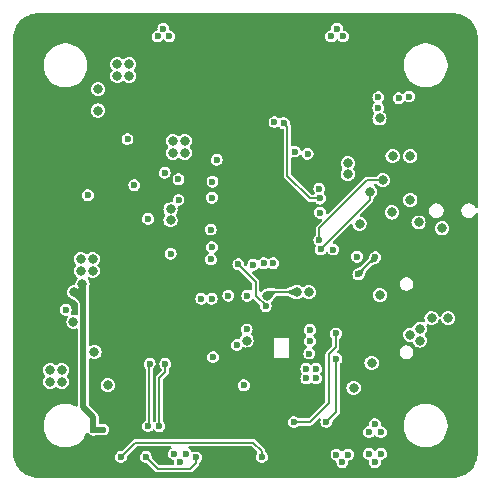
<source format=gbr>
%TF.GenerationSoftware,KiCad,Pcbnew,8.0.6*%
%TF.CreationDate,2025-09-02T14:19:07+02:00*%
%TF.ProjectId,atmos-fc,61746d6f-732d-4666-932e-6b696361645f,rev?*%
%TF.SameCoordinates,Original*%
%TF.FileFunction,Copper,L3,Inr*%
%TF.FilePolarity,Positive*%
%FSLAX46Y46*%
G04 Gerber Fmt 4.6, Leading zero omitted, Abs format (unit mm)*
G04 Created by KiCad (PCBNEW 8.0.6) date 2025-09-02 14:19:07*
%MOMM*%
%LPD*%
G01*
G04 APERTURE LIST*
%TA.AperFunction,ComponentPad*%
%ADD10C,0.500000*%
%TD*%
%TA.AperFunction,ComponentPad*%
%ADD11C,0.650000*%
%TD*%
%TA.AperFunction,ComponentPad*%
%ADD12O,2.100000X1.000000*%
%TD*%
%TA.AperFunction,ComponentPad*%
%ADD13O,1.800000X1.000000*%
%TD*%
%TA.AperFunction,ViaPad*%
%ADD14C,0.600000*%
%TD*%
%TA.AperFunction,ViaPad*%
%ADD15C,0.800000*%
%TD*%
%TA.AperFunction,Conductor*%
%ADD16C,0.200000*%
%TD*%
%TA.AperFunction,Conductor*%
%ADD17C,0.500000*%
%TD*%
G04 APERTURE END LIST*
D10*
%TO.N,GND*%
%TO.C,U2*%
X122325000Y-112275000D03*
X121375000Y-111700000D03*
X123275000Y-111700000D03*
X122325000Y-111125000D03*
%TD*%
D11*
%TO.N,GND*%
%TO.C,U1*%
X128000001Y-98970000D03*
X128950001Y-99470000D03*
X127050001Y-99470000D03*
X128000001Y-99970000D03*
%TD*%
D12*
%TO.N,GND*%
%TO.C,J3*%
X152385000Y-116220000D03*
D13*
X156565000Y-116220000D03*
D12*
X152385000Y-107580000D03*
D13*
X156565000Y-107580000D03*
%TD*%
D14*
%TO.N,GND*%
X130300000Y-111825000D03*
D15*
X125549500Y-100500000D03*
D14*
X152450000Y-98825000D03*
X143300000Y-121550000D03*
D15*
X152000000Y-90500000D03*
D14*
X131850000Y-109425000D03*
D15*
X130300000Y-105300000D03*
D14*
X141600000Y-104400000D03*
X130300000Y-88050000D03*
X136000000Y-98499500D03*
D15*
X127900000Y-105400000D03*
D14*
X146100000Y-121550000D03*
X145551089Y-113698911D03*
X140600000Y-95320500D03*
X144700000Y-124100500D03*
D15*
X147900000Y-113600000D03*
X133550000Y-90325000D03*
D14*
X137850000Y-123650000D03*
D15*
X146800000Y-97800000D03*
D14*
X139200000Y-104400000D03*
X149800000Y-103800000D03*
X142800000Y-100800000D03*
X141600000Y-100800000D03*
D15*
X139400000Y-115800000D03*
X156000000Y-117600000D03*
X121600000Y-87700000D03*
D14*
X142800000Y-104400000D03*
D15*
X156300000Y-109800000D03*
D14*
X139200000Y-103200000D03*
X131850000Y-113025000D03*
X145170000Y-123440000D03*
X148450000Y-97050000D03*
D15*
X157300000Y-109800000D03*
D14*
X135594313Y-116850000D03*
X152525000Y-102500000D03*
D15*
X129750000Y-123800000D03*
X131100000Y-107475000D03*
D14*
X137900000Y-95400000D03*
D15*
X156600000Y-115000000D03*
X135800000Y-94400000D03*
D14*
X138600000Y-110050000D03*
X137850000Y-120750000D03*
X139200000Y-100800000D03*
X130300000Y-114225000D03*
X131850000Y-114225000D03*
X130300000Y-109425000D03*
X144325000Y-117850000D03*
D15*
X131300000Y-91600000D03*
X155900000Y-101500000D03*
X124000000Y-115150000D03*
X130100000Y-95600000D03*
D14*
X130300000Y-113025000D03*
X140400000Y-104400000D03*
D15*
X120300000Y-98100000D03*
D14*
X149750000Y-87400000D03*
X142800000Y-103200000D03*
D15*
X152325000Y-124800000D03*
X120300000Y-92900000D03*
D14*
X124625197Y-110657064D03*
X140144250Y-110896428D03*
D15*
X153000000Y-117600000D03*
D14*
X131850000Y-111825000D03*
D15*
X128000000Y-103400000D03*
X157000000Y-117600000D03*
X120200000Y-105300000D03*
X156300000Y-108800000D03*
X134600000Y-91325000D03*
X145900000Y-92800000D03*
D14*
X133550000Y-101025000D03*
X147500000Y-120900000D03*
X148000000Y-121550000D03*
D15*
X152000000Y-117600000D03*
D14*
X144230000Y-123440000D03*
D15*
X125900000Y-98000000D03*
X143900000Y-92800000D03*
X130300000Y-102900000D03*
D14*
X141600000Y-103200000D03*
X150250000Y-88050000D03*
D15*
X122525500Y-105300000D03*
X130800000Y-102000000D03*
X130050000Y-93150000D03*
X122525500Y-102900000D03*
X150900000Y-117600000D03*
X145500000Y-107399500D03*
X157300000Y-87900000D03*
X157500000Y-111900000D03*
X134199500Y-106450000D03*
D14*
X150718544Y-101111769D03*
D15*
X155300000Y-108800000D03*
X126500000Y-119150000D03*
D14*
X135412235Y-113112235D03*
X139200000Y-102000000D03*
D15*
X139400000Y-114800000D03*
X157300000Y-108800000D03*
X139300000Y-88350500D03*
D14*
X135100000Y-120750000D03*
X140600000Y-120750000D03*
D15*
X134600000Y-90325000D03*
X147900000Y-109100000D03*
X120200000Y-102900000D03*
D14*
X142800000Y-102000000D03*
X149100000Y-112400000D03*
X131775001Y-116250000D03*
X133075000Y-98875000D03*
X155700000Y-112600000D03*
D15*
X124000000Y-114150000D03*
D14*
X149250000Y-88050000D03*
D15*
X123749455Y-109479977D03*
X149900000Y-117600000D03*
D14*
X134600000Y-102719500D03*
D15*
X139400000Y-116750000D03*
X153800500Y-108400000D03*
D14*
X130300000Y-110625000D03*
D15*
X126450500Y-115900000D03*
D14*
X146950000Y-121550000D03*
X140400000Y-103200000D03*
X136569260Y-111025602D03*
D15*
X155100000Y-97300000D03*
X155200000Y-109800000D03*
X146500000Y-108600000D03*
D14*
X145650000Y-117850000D03*
D15*
X157200000Y-121000000D03*
X145700000Y-97800000D03*
D14*
X135500000Y-106800000D03*
D15*
X149925000Y-116700000D03*
X120200000Y-107400000D03*
D14*
X129800000Y-87400000D03*
X126782105Y-93426071D03*
X141600000Y-102000000D03*
D15*
X158325000Y-93200000D03*
D14*
X131850000Y-110625000D03*
X140400000Y-100800000D03*
D15*
X147900000Y-110200000D03*
D14*
X129300000Y-88050000D03*
X140400000Y-102000000D03*
D15*
%TO.N,+3V3*%
X147900000Y-98800000D03*
D14*
X148800000Y-108200000D03*
D15*
X127577384Y-117574500D03*
D14*
X145200000Y-116200000D03*
D15*
X141100000Y-110000000D03*
X122700000Y-116300000D03*
X123700000Y-116300000D03*
X122700000Y-117300000D03*
X132900000Y-103620500D03*
X148400000Y-117800000D03*
D14*
X144400000Y-116200000D03*
D15*
X123700000Y-117300000D03*
D14*
X150250000Y-106750000D03*
D15*
X147900000Y-99700000D03*
X150592920Y-94994690D03*
X143600000Y-109700000D03*
X149925000Y-115700000D03*
D14*
X144400000Y-117000000D03*
D15*
X144600000Y-109700000D03*
X132900000Y-102700000D03*
X155900000Y-104300000D03*
X139337653Y-113802443D03*
D14*
X145200000Y-117000000D03*
%TO.N,/Connectors/CURRENT_SENSE_C*%
X133575000Y-101900000D03*
X141700000Y-95300000D03*
D15*
%TO.N,+BATT_P*%
X134100000Y-96900000D03*
X128400000Y-90400000D03*
X128400000Y-91400000D03*
D14*
X149700000Y-123400000D03*
X150200000Y-124100000D03*
D15*
X134100000Y-97900000D03*
D14*
X150700000Y-123400000D03*
D15*
X129400000Y-90400000D03*
X133100000Y-96900000D03*
X133100000Y-97900000D03*
X129400000Y-91400000D03*
%TO.N,+5V*%
X126300000Y-107900000D03*
D14*
X149700000Y-121550000D03*
X132800000Y-88050000D03*
X147000000Y-87400000D03*
X150200000Y-120900000D03*
X139100000Y-117600000D03*
X133200000Y-123400000D03*
X146950000Y-123450000D03*
X147500000Y-88050000D03*
X150700000Y-121550000D03*
X146500000Y-88050000D03*
D15*
X125300000Y-107900000D03*
X124675500Y-112207094D03*
D14*
X136500000Y-115200000D03*
X131800000Y-88050000D03*
D15*
X126458088Y-114771499D03*
D14*
X132300000Y-87400000D03*
X147450000Y-124100000D03*
D15*
X125300000Y-106900000D03*
D14*
X133700000Y-124050000D03*
X147950000Y-123450000D03*
D15*
X126300000Y-106900000D03*
D14*
X134200000Y-123400000D03*
D15*
%TO.N,/Power Management/BUCK_BST*%
X126750000Y-94325000D03*
D14*
X129256148Y-96740835D03*
%TO.N,/Power Management/BIAS*%
X129826768Y-100647142D03*
X125900000Y-101500000D03*
D15*
%TO.N,/Connectors/VIDEO_CAM*%
X126772652Y-92526618D03*
D14*
X124024500Y-111184667D03*
D15*
%TO.N,/Connectors/+5V_USB*%
X154000000Y-112800000D03*
X125440621Y-109040621D03*
X154000000Y-113800000D03*
D14*
X127200000Y-121340000D03*
X126375000Y-121350000D03*
D15*
X153200000Y-113300000D03*
X150635498Y-109950000D03*
X124740621Y-109712533D03*
D14*
%TO.N,/Connectors/UART4_TX_C*%
X146676089Y-106100500D03*
D15*
X155000000Y-111900000D03*
D14*
%TO.N,/Connectors/I2C_SDA*%
X146100571Y-120700498D03*
X140798996Y-107250000D03*
X146950000Y-115350000D03*
%TO.N,/Connectors/I2C_SCK*%
X141598499Y-107250000D03*
X143325000Y-120699500D03*
X146900000Y-113200000D03*
D15*
%TO.N,/Connectors/UART4_RX_C*%
X148900000Y-103900000D03*
X156400000Y-111900000D03*
D14*
%TO.N,/Connectors/VIDEO_VTX*%
X140625000Y-123650000D03*
X128700000Y-123650000D03*
%TO.N,/Connectors/UART3_TX_C*%
X130800000Y-123650000D03*
X135050000Y-123700000D03*
%TO.N,/MCU/OSD_SPI_SCK*%
X132399500Y-99600000D03*
X131000000Y-103500000D03*
%TO.N,/MCU/OSD_SPI_MOSI*%
X133572421Y-100150401D03*
X135500000Y-110250000D03*
%TO.N,/MCU/MCU_VBAT_SENSE*%
X132900500Y-106440500D03*
X136400000Y-101700000D03*
D15*
%TO.N,/Flash Memory/FLASH_SPI_SCK*%
X151700000Y-98200000D03*
X151650000Y-102950000D03*
%TO.N,/Flash Memory/FLASH_SPI_MOSI*%
X153200000Y-98200000D03*
X153200000Y-101900000D03*
D14*
%TO.N,/MCU/BOOT0*%
X145499293Y-100949500D03*
D15*
X153900000Y-103800000D03*
D14*
%TO.N,/IMU/IMU_SPI_SCK*%
X144701115Y-113846707D03*
X137800000Y-110000000D03*
%TO.N,/IMU/IMU_SPI_MOSI*%
X139400000Y-110000000D03*
X144700000Y-112900000D03*
%TO.N,/MCU/LED_BLUE_EN*%
X143400000Y-97800000D03*
X153090000Y-93140000D03*
%TO.N,/MCU/LED_GREEN_EN*%
X152203788Y-93287005D03*
X144500000Y-98000000D03*
%TO.N,/MCU/OSD_SPI_MISO*%
X136336322Y-106936322D03*
X136450000Y-100350000D03*
%TO.N,/IMU/IMU_SPI_MISO*%
X140943680Y-110885816D03*
X138650500Y-107353628D03*
%TO.N,/Flash Memory/FLASH_SPI_MISO*%
X148700000Y-106700000D03*
X145571089Y-102971089D03*
%TO.N,/Connectors/TELEMETRY*%
X142500000Y-95400000D03*
X145546089Y-101750500D03*
%TO.N,/Connectors/UART2_RX*%
X145500000Y-105300000D03*
X150500000Y-93200000D03*
D15*
X150874110Y-100225821D03*
%TO.N,/Connectors/UART2_TX*%
X149775000Y-101200500D03*
D14*
X145613067Y-106091467D03*
X150500000Y-94100000D03*
%TO.N,/Connectors/UART3_RX*%
X131950000Y-121050000D03*
X132450000Y-115778902D03*
X136400000Y-105900000D03*
%TO.N,/Connectors/UART3_TX*%
X131127963Y-115780376D03*
X136300000Y-104400000D03*
X130992477Y-121042477D03*
%TO.N,/MCU/BUZZER_CTRL*%
X138500000Y-114180500D03*
X139908208Y-107390894D03*
%TO.N,/MCU/OSD_SPI_~{CS}*%
X136800000Y-98500000D03*
X136376514Y-110249683D03*
%TO.N,/IMU/IMU_SPI_~{CS}*%
X139352827Y-112866335D03*
X144650000Y-114900000D03*
%TD*%
D16*
%TO.N,+3V3*%
X141400000Y-109700000D02*
X141100000Y-110000000D01*
X150250000Y-106750000D02*
X148800000Y-108200000D01*
X143600000Y-109700000D02*
X141400000Y-109700000D01*
D17*
%TO.N,/Connectors/+5V_USB*%
X125525000Y-109125000D02*
X125525000Y-109375000D01*
X125525000Y-110496912D02*
X124740621Y-109712533D01*
X125525000Y-110496912D02*
X125525000Y-109375000D01*
X125440621Y-109040621D02*
X125525000Y-109125000D01*
X126375000Y-121350000D02*
X126375000Y-120275000D01*
X125187467Y-109712533D02*
X125525000Y-109375000D01*
X126375000Y-121350000D02*
X127190000Y-121350000D01*
X125525000Y-119425000D02*
X125525000Y-110496912D01*
X126375000Y-120275000D02*
X125525000Y-119425000D01*
X127190000Y-121350000D02*
X127200000Y-121340000D01*
X124740621Y-109712533D02*
X125187467Y-109712533D01*
D16*
%TO.N,/Connectors/I2C_SDA*%
X146950000Y-115350000D02*
X146950000Y-119851069D01*
X146950000Y-119851069D02*
X146100571Y-120700498D01*
%TO.N,/Connectors/I2C_SCK*%
X146300000Y-119100000D02*
X144700500Y-120699500D01*
X146300000Y-114975000D02*
X146300000Y-119100000D01*
X146900000Y-113200000D02*
X146900000Y-114375000D01*
X146900000Y-114375000D02*
X146300000Y-114975000D01*
X144700500Y-120699500D02*
X143325000Y-120699500D01*
%TO.N,/Connectors/VIDEO_VTX*%
X129900000Y-122450000D02*
X139900000Y-122450000D01*
X140625000Y-123175000D02*
X140625000Y-123650000D01*
X139900000Y-122450000D02*
X140625000Y-123175000D01*
X128700000Y-123650000D02*
X129900000Y-122450000D01*
%TO.N,/Connectors/UART3_TX_C*%
X130800000Y-123650000D02*
X131800000Y-124650000D01*
X131800000Y-124650000D02*
X134550000Y-124650000D01*
X134550000Y-124650000D02*
X135050000Y-124150000D01*
X135050000Y-124150000D02*
X135050000Y-123700000D01*
%TO.N,/IMU/IMU_SPI_MISO*%
X140943680Y-110885816D02*
X140943680Y-110833630D01*
X140943680Y-110833630D02*
X140100000Y-109989950D01*
X140100000Y-108803128D02*
X138650500Y-107353628D01*
X140100000Y-109989950D02*
X140100000Y-108803128D01*
%TO.N,/Connectors/TELEMETRY*%
X144700500Y-101750500D02*
X145546089Y-101750500D01*
X142800000Y-99850000D02*
X144700500Y-101750500D01*
X142800000Y-95700000D02*
X142800000Y-99850000D01*
X142500000Y-95400000D02*
X142800000Y-95700000D01*
%TO.N,/Connectors/UART2_RX*%
X145500000Y-104300000D02*
X145500000Y-105300000D01*
X149574179Y-100225821D02*
X145500000Y-104300000D01*
X150874110Y-100225821D02*
X149574179Y-100225821D01*
%TO.N,/Connectors/UART2_TX*%
X149775000Y-101873529D02*
X145613067Y-106035462D01*
X145613067Y-106035462D02*
X145613067Y-106091467D01*
X149775000Y-101200500D02*
X149775000Y-101873529D01*
%TO.N,/Connectors/UART3_RX*%
X131950000Y-116950000D02*
X131950000Y-121050000D01*
X132450000Y-115778902D02*
X132450000Y-116450000D01*
X132450000Y-116450000D02*
X131950000Y-116950000D01*
%TO.N,/Connectors/UART3_TX*%
X131100000Y-120934954D02*
X130992477Y-121042477D01*
X131100000Y-115808339D02*
X131100000Y-120934954D01*
X131127963Y-115780376D02*
X131100000Y-115808339D01*
%TD*%
%TA.AperFunction,Conductor*%
%TO.N,GND*%
G36*
X156753736Y-86050726D02*
G01*
X157007638Y-86066084D01*
X157022495Y-86067888D01*
X157269000Y-86113061D01*
X157283536Y-86116644D01*
X157522791Y-86191200D01*
X157536788Y-86196508D01*
X157765319Y-86299361D01*
X157778578Y-86306320D01*
X157885808Y-86371143D01*
X157993045Y-86435970D01*
X158005356Y-86444468D01*
X158202636Y-86599027D01*
X158213844Y-86608957D01*
X158391042Y-86786155D01*
X158400972Y-86797363D01*
X158555527Y-86994637D01*
X158564033Y-87006960D01*
X158693679Y-87221421D01*
X158700638Y-87234680D01*
X158803491Y-87463211D01*
X158808800Y-87477211D01*
X158883354Y-87716461D01*
X158886938Y-87731001D01*
X158932110Y-87977500D01*
X158933915Y-87992364D01*
X158949274Y-88246263D01*
X158949500Y-88253750D01*
X158949500Y-102472261D01*
X158929815Y-102539300D01*
X158877011Y-102585055D01*
X158807853Y-102594999D01*
X158744297Y-102565974D01*
X158710940Y-102519716D01*
X158704313Y-102503719D01*
X158704311Y-102503714D01*
X158704309Y-102503711D01*
X158704307Y-102503707D01*
X158635858Y-102401267D01*
X158635855Y-102401263D01*
X158548736Y-102314144D01*
X158548732Y-102314141D01*
X158446292Y-102245692D01*
X158446283Y-102245687D01*
X158353477Y-102207246D01*
X158332452Y-102198537D01*
X158332448Y-102198536D01*
X158332444Y-102198535D01*
X158211610Y-102174500D01*
X158211606Y-102174500D01*
X158088394Y-102174500D01*
X158088389Y-102174500D01*
X157967555Y-102198535D01*
X157967545Y-102198538D01*
X157853716Y-102245687D01*
X157853707Y-102245692D01*
X157751267Y-102314141D01*
X157751263Y-102314144D01*
X157664144Y-102401263D01*
X157664141Y-102401267D01*
X157595692Y-102503707D01*
X157595687Y-102503716D01*
X157548538Y-102617545D01*
X157548535Y-102617555D01*
X157524500Y-102738389D01*
X157524500Y-102861610D01*
X157548535Y-102982444D01*
X157548538Y-102982454D01*
X157595687Y-103096283D01*
X157595692Y-103096292D01*
X157664141Y-103198732D01*
X157664144Y-103198736D01*
X157751263Y-103285855D01*
X157751267Y-103285858D01*
X157853707Y-103354307D01*
X157853716Y-103354312D01*
X157874739Y-103363020D01*
X157967548Y-103401463D01*
X158088389Y-103425499D01*
X158088393Y-103425500D01*
X158088394Y-103425500D01*
X158211607Y-103425500D01*
X158211608Y-103425499D01*
X158332452Y-103401463D01*
X158446286Y-103354311D01*
X158548733Y-103285858D01*
X158635858Y-103198733D01*
X158704311Y-103096286D01*
X158710939Y-103080285D01*
X158754780Y-103025882D01*
X158821074Y-103003817D01*
X158888773Y-103021096D01*
X158936384Y-103072233D01*
X158949500Y-103127738D01*
X158949500Y-123246249D01*
X158949274Y-123253736D01*
X158933915Y-123507635D01*
X158932110Y-123522499D01*
X158886938Y-123768998D01*
X158883354Y-123783538D01*
X158808800Y-124022788D01*
X158803491Y-124036788D01*
X158700638Y-124265319D01*
X158693679Y-124278578D01*
X158564033Y-124493039D01*
X158555527Y-124505362D01*
X158400972Y-124702636D01*
X158391042Y-124713844D01*
X158213844Y-124891042D01*
X158202636Y-124900972D01*
X158005362Y-125055527D01*
X157993039Y-125064033D01*
X157778578Y-125193679D01*
X157765319Y-125200638D01*
X157536788Y-125303491D01*
X157522788Y-125308800D01*
X157283538Y-125383354D01*
X157268998Y-125386938D01*
X157022499Y-125432110D01*
X157007635Y-125433915D01*
X156753736Y-125449274D01*
X156746249Y-125449500D01*
X121753751Y-125449500D01*
X121746264Y-125449274D01*
X121492364Y-125433915D01*
X121477500Y-125432110D01*
X121231001Y-125386938D01*
X121216461Y-125383354D01*
X120977211Y-125308800D01*
X120963211Y-125303491D01*
X120734680Y-125200638D01*
X120721421Y-125193679D01*
X120506960Y-125064033D01*
X120494637Y-125055527D01*
X120297363Y-124900972D01*
X120286155Y-124891042D01*
X120108957Y-124713844D01*
X120099027Y-124702636D01*
X119944468Y-124505356D01*
X119935970Y-124493045D01*
X119848431Y-124348238D01*
X119806320Y-124278578D01*
X119799361Y-124265319D01*
X119696508Y-124036788D01*
X119691199Y-124022788D01*
X119672391Y-123962433D01*
X119616644Y-123783536D01*
X119613061Y-123768998D01*
X119591254Y-123650000D01*
X128194353Y-123650000D01*
X128214834Y-123792456D01*
X128274622Y-123923371D01*
X128274623Y-123923373D01*
X128368872Y-124032143D01*
X128489947Y-124109953D01*
X128489950Y-124109954D01*
X128489949Y-124109954D01*
X128597107Y-124141417D01*
X128625280Y-124149690D01*
X128628036Y-124150499D01*
X128628038Y-124150500D01*
X128628039Y-124150500D01*
X128771962Y-124150500D01*
X128771962Y-124150499D01*
X128897343Y-124113685D01*
X128910050Y-124109954D01*
X128910050Y-124109953D01*
X128910053Y-124109953D01*
X129031128Y-124032143D01*
X129125377Y-123923373D01*
X129185165Y-123792457D01*
X129205647Y-123650000D01*
X129204339Y-123640905D01*
X129214279Y-123571749D01*
X129239392Y-123535577D01*
X129988152Y-122786819D01*
X130049475Y-122753334D01*
X130075833Y-122750500D01*
X132862582Y-122750500D01*
X132929621Y-122770185D01*
X132975376Y-122822989D01*
X132985320Y-122892147D01*
X132956295Y-122955703D01*
X132929622Y-122978815D01*
X132868874Y-123017855D01*
X132774623Y-123126626D01*
X132774622Y-123126628D01*
X132714834Y-123257543D01*
X132694353Y-123400000D01*
X132714834Y-123542456D01*
X132763948Y-123649998D01*
X132774623Y-123673373D01*
X132868872Y-123782143D01*
X132989947Y-123859953D01*
X132989950Y-123859954D01*
X132989949Y-123859954D01*
X133109195Y-123894967D01*
X133167973Y-123932741D01*
X133196999Y-123996296D01*
X133196999Y-124031587D01*
X133194353Y-124049994D01*
X133194353Y-124049999D01*
X133194353Y-124050000D01*
X133199031Y-124082535D01*
X133216097Y-124201235D01*
X133214279Y-124201496D01*
X133214278Y-124260438D01*
X133176502Y-124319215D01*
X133112945Y-124348238D01*
X133095302Y-124349500D01*
X131975833Y-124349500D01*
X131908794Y-124329815D01*
X131888152Y-124313181D01*
X131339395Y-123764424D01*
X131305910Y-123703101D01*
X131304339Y-123659094D01*
X131305647Y-123650000D01*
X131285165Y-123507543D01*
X131225377Y-123376627D01*
X131131128Y-123267857D01*
X131010053Y-123190047D01*
X131010051Y-123190046D01*
X131010049Y-123190045D01*
X131010050Y-123190045D01*
X130871963Y-123149500D01*
X130871961Y-123149500D01*
X130728039Y-123149500D01*
X130728036Y-123149500D01*
X130589949Y-123190045D01*
X130468873Y-123267856D01*
X130468872Y-123267856D01*
X130468872Y-123267857D01*
X130456290Y-123282377D01*
X130374623Y-123376626D01*
X130374622Y-123376628D01*
X130314834Y-123507543D01*
X130294353Y-123650000D01*
X130314834Y-123792456D01*
X130374622Y-123923371D01*
X130374623Y-123923373D01*
X130468872Y-124032143D01*
X130589947Y-124109953D01*
X130589950Y-124109954D01*
X130589949Y-124109954D01*
X130697107Y-124141417D01*
X130725280Y-124149690D01*
X130728036Y-124150499D01*
X130728038Y-124150500D01*
X130824167Y-124150500D01*
X130891206Y-124170185D01*
X130911848Y-124186819D01*
X131615489Y-124890460D01*
X131674829Y-124924720D01*
X131684008Y-124930020D01*
X131684012Y-124930022D01*
X131760438Y-124950500D01*
X131760440Y-124950500D01*
X134589560Y-124950500D01*
X134589562Y-124950500D01*
X134665989Y-124930021D01*
X134734511Y-124890460D01*
X134790460Y-124834511D01*
X135290460Y-124334511D01*
X135330022Y-124265988D01*
X135350500Y-124189562D01*
X135350500Y-124163738D01*
X135370185Y-124096699D01*
X135380787Y-124082535D01*
X135381124Y-124082144D01*
X135381128Y-124082143D01*
X135475377Y-123973373D01*
X135535165Y-123842457D01*
X135555647Y-123700000D01*
X135535165Y-123557543D01*
X135475377Y-123426627D01*
X135381128Y-123317857D01*
X135260053Y-123240047D01*
X135260051Y-123240046D01*
X135260049Y-123240045D01*
X135260050Y-123240045D01*
X135121963Y-123199500D01*
X135121961Y-123199500D01*
X134978039Y-123199500D01*
X134978036Y-123199500D01*
X134839949Y-123240045D01*
X134839943Y-123240048D01*
X134834486Y-123243555D01*
X134767445Y-123263235D01*
X134700407Y-123243546D01*
X134654660Y-123190747D01*
X134635823Y-123149500D01*
X134625377Y-123126627D01*
X134531128Y-123017857D01*
X134531125Y-123017855D01*
X134531126Y-123017855D01*
X134470378Y-122978815D01*
X134424624Y-122926011D01*
X134414680Y-122856853D01*
X134443705Y-122793297D01*
X134502483Y-122755523D01*
X134537418Y-122750500D01*
X139724167Y-122750500D01*
X139791206Y-122770185D01*
X139811848Y-122786819D01*
X140211780Y-123186751D01*
X140245265Y-123248074D01*
X140240281Y-123317766D01*
X140217813Y-123355633D01*
X140199625Y-123376622D01*
X140199622Y-123376628D01*
X140139834Y-123507543D01*
X140119353Y-123650000D01*
X140139834Y-123792456D01*
X140199622Y-123923371D01*
X140199623Y-123923373D01*
X140293872Y-124032143D01*
X140414947Y-124109953D01*
X140414950Y-124109954D01*
X140414949Y-124109954D01*
X140522107Y-124141417D01*
X140550280Y-124149690D01*
X140553036Y-124150499D01*
X140553038Y-124150500D01*
X140553039Y-124150500D01*
X140696962Y-124150500D01*
X140696962Y-124150499D01*
X140822343Y-124113685D01*
X140835050Y-124109954D01*
X140835050Y-124109953D01*
X140835053Y-124109953D01*
X140956128Y-124032143D01*
X141050377Y-123923373D01*
X141110165Y-123792457D01*
X141130647Y-123650000D01*
X141110165Y-123507543D01*
X141083886Y-123450000D01*
X146444353Y-123450000D01*
X146464834Y-123592456D01*
X146523326Y-123720534D01*
X146524623Y-123723373D01*
X146618872Y-123832143D01*
X146739947Y-123909953D01*
X146739950Y-123909954D01*
X146739949Y-123909954D01*
X146859195Y-123944967D01*
X146917973Y-123982741D01*
X146946999Y-124046296D01*
X146946999Y-124081587D01*
X146944353Y-124099994D01*
X146944353Y-124099999D01*
X146964834Y-124242456D01*
X147006875Y-124334511D01*
X147024623Y-124373373D01*
X147118872Y-124482143D01*
X147239947Y-124559953D01*
X147239950Y-124559954D01*
X147239949Y-124559954D01*
X147378036Y-124600499D01*
X147378038Y-124600500D01*
X147378039Y-124600500D01*
X147521962Y-124600500D01*
X147521962Y-124600499D01*
X147660053Y-124559953D01*
X147781128Y-124482143D01*
X147875377Y-124373373D01*
X147935165Y-124242457D01*
X147955647Y-124100000D01*
X147953000Y-124081590D01*
X147962943Y-124012433D01*
X148008698Y-123959629D01*
X148040802Y-123944967D01*
X148122588Y-123920953D01*
X148160050Y-123909954D01*
X148160050Y-123909953D01*
X148160053Y-123909953D01*
X148281128Y-123832143D01*
X148375377Y-123723373D01*
X148435165Y-123592457D01*
X148455647Y-123450000D01*
X148448458Y-123400000D01*
X149194353Y-123400000D01*
X149214834Y-123542456D01*
X149263948Y-123649998D01*
X149274623Y-123673373D01*
X149368872Y-123782143D01*
X149489947Y-123859953D01*
X149489950Y-123859954D01*
X149489949Y-123859954D01*
X149616093Y-123896993D01*
X149674872Y-123934767D01*
X149703897Y-123998322D01*
X149703897Y-124033616D01*
X149694353Y-124099999D01*
X149714834Y-124242456D01*
X149756875Y-124334511D01*
X149774623Y-124373373D01*
X149868872Y-124482143D01*
X149989947Y-124559953D01*
X149989950Y-124559954D01*
X149989949Y-124559954D01*
X150128036Y-124600499D01*
X150128038Y-124600500D01*
X150128039Y-124600500D01*
X150271962Y-124600500D01*
X150271962Y-124600499D01*
X150410053Y-124559953D01*
X150531128Y-124482143D01*
X150625377Y-124373373D01*
X150685165Y-124242457D01*
X150705647Y-124100000D01*
X150696102Y-124033615D01*
X150706045Y-123964459D01*
X150751800Y-123911655D01*
X150783906Y-123896993D01*
X150910050Y-123859954D01*
X150910050Y-123859953D01*
X150910053Y-123859953D01*
X151031128Y-123782143D01*
X151125377Y-123673373D01*
X151185165Y-123542457D01*
X151205647Y-123400000D01*
X151185165Y-123257543D01*
X151125377Y-123126627D01*
X151031128Y-123017857D01*
X150910053Y-122940047D01*
X150910051Y-122940046D01*
X150910049Y-122940045D01*
X150910050Y-122940045D01*
X150771963Y-122899500D01*
X150771961Y-122899500D01*
X150628039Y-122899500D01*
X150628036Y-122899500D01*
X150489949Y-122940045D01*
X150368873Y-123017856D01*
X150293713Y-123104596D01*
X150234935Y-123142370D01*
X150165065Y-123142370D01*
X150106287Y-123104596D01*
X150031128Y-123017857D01*
X149910053Y-122940047D01*
X149910051Y-122940046D01*
X149910049Y-122940045D01*
X149910050Y-122940045D01*
X149771963Y-122899500D01*
X149771961Y-122899500D01*
X149628039Y-122899500D01*
X149628036Y-122899500D01*
X149489949Y-122940045D01*
X149368873Y-123017856D01*
X149274623Y-123126626D01*
X149274622Y-123126628D01*
X149214834Y-123257543D01*
X149194353Y-123400000D01*
X148448458Y-123400000D01*
X148435165Y-123307543D01*
X148375377Y-123176627D01*
X148281128Y-123067857D01*
X148160053Y-122990047D01*
X148160051Y-122990046D01*
X148160049Y-122990045D01*
X148160050Y-122990045D01*
X148021963Y-122949500D01*
X148021961Y-122949500D01*
X147878039Y-122949500D01*
X147878036Y-122949500D01*
X147739949Y-122990045D01*
X147618873Y-123067856D01*
X147618872Y-123067856D01*
X147618872Y-123067857D01*
X147547428Y-123150309D01*
X147543713Y-123154596D01*
X147484935Y-123192370D01*
X147415065Y-123192370D01*
X147356287Y-123154596D01*
X147281128Y-123067857D01*
X147160053Y-122990047D01*
X147160051Y-122990046D01*
X147160049Y-122990045D01*
X147160050Y-122990045D01*
X147021963Y-122949500D01*
X147021961Y-122949500D01*
X146878039Y-122949500D01*
X146878036Y-122949500D01*
X146739949Y-122990045D01*
X146618873Y-123067856D01*
X146524623Y-123176626D01*
X146524622Y-123176628D01*
X146464834Y-123307543D01*
X146444353Y-123450000D01*
X141083886Y-123450000D01*
X141050377Y-123376627D01*
X141050375Y-123376625D01*
X141050374Y-123376622D01*
X140955787Y-123267462D01*
X140926762Y-123203906D01*
X140925500Y-123186260D01*
X140925500Y-123135439D01*
X140923139Y-123126627D01*
X140905021Y-123059011D01*
X140881261Y-123017857D01*
X140865464Y-122990495D01*
X140865458Y-122990487D01*
X140084512Y-122209541D01*
X140084504Y-122209535D01*
X140015995Y-122169982D01*
X140015990Y-122169979D01*
X139990513Y-122163152D01*
X139939562Y-122149500D01*
X129860438Y-122149500D01*
X129822224Y-122159739D01*
X129784009Y-122169979D01*
X129784004Y-122169982D01*
X129715495Y-122209535D01*
X129715487Y-122209541D01*
X128811847Y-123113181D01*
X128750524Y-123146666D01*
X128724166Y-123149500D01*
X128628036Y-123149500D01*
X128489949Y-123190045D01*
X128368873Y-123267856D01*
X128368872Y-123267856D01*
X128368872Y-123267857D01*
X128356290Y-123282377D01*
X128274623Y-123376626D01*
X128274622Y-123376628D01*
X128214834Y-123507543D01*
X128194353Y-123650000D01*
X119591254Y-123650000D01*
X119572837Y-123549500D01*
X119567888Y-123522495D01*
X119566084Y-123507635D01*
X119566078Y-123507543D01*
X119550726Y-123253736D01*
X119550500Y-123246249D01*
X119550500Y-120878711D01*
X122149500Y-120878711D01*
X122149500Y-121121288D01*
X122181161Y-121361785D01*
X122243947Y-121596104D01*
X122332527Y-121809954D01*
X122336776Y-121820212D01*
X122458064Y-122030289D01*
X122458066Y-122030292D01*
X122458067Y-122030293D01*
X122605733Y-122222736D01*
X122605739Y-122222743D01*
X122777256Y-122394260D01*
X122777262Y-122394265D01*
X122969711Y-122541936D01*
X123179788Y-122663224D01*
X123403900Y-122756054D01*
X123638211Y-122818838D01*
X123818586Y-122842584D01*
X123878711Y-122850500D01*
X123878712Y-122850500D01*
X124121289Y-122850500D01*
X124169388Y-122844167D01*
X124361789Y-122818838D01*
X124596100Y-122756054D01*
X124820212Y-122663224D01*
X125030289Y-122541936D01*
X125222738Y-122394265D01*
X125394265Y-122222738D01*
X125541936Y-122030289D01*
X125663224Y-121820212D01*
X125734332Y-121648540D01*
X125778172Y-121594137D01*
X125844466Y-121572072D01*
X125912166Y-121589351D01*
X125942061Y-121618189D01*
X125943815Y-121616670D01*
X125949622Y-121623372D01*
X125949623Y-121623373D01*
X126043872Y-121732143D01*
X126164947Y-121809953D01*
X126164950Y-121809954D01*
X126164949Y-121809954D01*
X126268978Y-121840499D01*
X126285683Y-121845404D01*
X126303036Y-121850499D01*
X126303038Y-121850500D01*
X126303039Y-121850500D01*
X126446962Y-121850500D01*
X126446962Y-121850499D01*
X126499797Y-121834985D01*
X126593563Y-121807455D01*
X126593995Y-121808926D01*
X126632727Y-121800500D01*
X126973983Y-121800500D01*
X127008915Y-121805522D01*
X127069702Y-121823371D01*
X127128038Y-121840500D01*
X127128039Y-121840500D01*
X127271962Y-121840500D01*
X127271962Y-121840499D01*
X127410053Y-121799953D01*
X127531128Y-121722143D01*
X127625377Y-121613373D01*
X127685165Y-121482457D01*
X127705647Y-121340000D01*
X127685165Y-121197543D01*
X127625377Y-121066627D01*
X127604451Y-121042477D01*
X130486830Y-121042477D01*
X130507311Y-121184933D01*
X130567099Y-121315848D01*
X130567100Y-121315850D01*
X130661349Y-121424620D01*
X130782424Y-121502430D01*
X130782427Y-121502431D01*
X130782426Y-121502431D01*
X130920513Y-121542976D01*
X130920515Y-121542977D01*
X130920516Y-121542977D01*
X131064439Y-121542977D01*
X131064439Y-121542976D01*
X131202530Y-121502430D01*
X131323605Y-121424620D01*
X131374268Y-121366150D01*
X131433043Y-121328378D01*
X131502913Y-121328378D01*
X131561688Y-121366149D01*
X131618872Y-121432143D01*
X131739947Y-121509953D01*
X131739950Y-121509954D01*
X131739949Y-121509954D01*
X131847107Y-121541417D01*
X131876336Y-121550000D01*
X131878036Y-121550499D01*
X131878038Y-121550500D01*
X131878039Y-121550500D01*
X132021962Y-121550500D01*
X132021962Y-121550499D01*
X132023661Y-121550000D01*
X149194353Y-121550000D01*
X149214834Y-121692456D01*
X149228392Y-121722143D01*
X149274623Y-121823373D01*
X149368872Y-121932143D01*
X149489947Y-122009953D01*
X149489950Y-122009954D01*
X149489949Y-122009954D01*
X149628036Y-122050499D01*
X149628038Y-122050500D01*
X149628039Y-122050500D01*
X149771962Y-122050500D01*
X149771962Y-122050499D01*
X149910053Y-122009953D01*
X150031128Y-121932143D01*
X150106287Y-121845403D01*
X150165064Y-121807629D01*
X150234934Y-121807629D01*
X150293711Y-121845402D01*
X150368872Y-121932143D01*
X150489947Y-122009953D01*
X150489950Y-122009954D01*
X150489949Y-122009954D01*
X150628036Y-122050499D01*
X150628038Y-122050500D01*
X150628039Y-122050500D01*
X150771962Y-122050500D01*
X150771962Y-122050499D01*
X150910053Y-122009953D01*
X151031128Y-121932143D01*
X151125377Y-121823373D01*
X151185165Y-121692457D01*
X151205647Y-121550000D01*
X151185165Y-121407543D01*
X151125377Y-121276627D01*
X151031128Y-121167857D01*
X150910053Y-121090047D01*
X150910051Y-121090046D01*
X150910049Y-121090045D01*
X150910050Y-121090045D01*
X150790804Y-121055032D01*
X150732025Y-121017258D01*
X150703000Y-120953702D01*
X150703000Y-120918410D01*
X150705647Y-120900000D01*
X150702586Y-120878711D01*
X152649500Y-120878711D01*
X152649500Y-121121288D01*
X152681161Y-121361785D01*
X152743947Y-121596104D01*
X152832527Y-121809954D01*
X152836776Y-121820212D01*
X152958064Y-122030289D01*
X152958066Y-122030292D01*
X152958067Y-122030293D01*
X153105733Y-122222736D01*
X153105739Y-122222743D01*
X153277256Y-122394260D01*
X153277262Y-122394265D01*
X153469711Y-122541936D01*
X153679788Y-122663224D01*
X153903900Y-122756054D01*
X154138211Y-122818838D01*
X154318586Y-122842584D01*
X154378711Y-122850500D01*
X154378712Y-122850500D01*
X154621289Y-122850500D01*
X154669388Y-122844167D01*
X154861789Y-122818838D01*
X155096100Y-122756054D01*
X155320212Y-122663224D01*
X155530289Y-122541936D01*
X155722738Y-122394265D01*
X155894265Y-122222738D01*
X156041936Y-122030289D01*
X156163224Y-121820212D01*
X156256054Y-121596100D01*
X156318838Y-121361789D01*
X156350500Y-121121288D01*
X156350500Y-120878712D01*
X156345792Y-120842954D01*
X156327038Y-120700498D01*
X156318838Y-120638211D01*
X156256054Y-120403900D01*
X156255530Y-120402636D01*
X156187976Y-120239545D01*
X156163224Y-120179788D01*
X156041936Y-119969711D01*
X155894265Y-119777262D01*
X155894260Y-119777256D01*
X155722743Y-119605739D01*
X155722736Y-119605733D01*
X155530293Y-119458067D01*
X155530292Y-119458066D01*
X155530289Y-119458064D01*
X155320212Y-119336776D01*
X155317984Y-119335853D01*
X155096104Y-119243947D01*
X154861785Y-119181161D01*
X154621289Y-119149500D01*
X154621288Y-119149500D01*
X154378712Y-119149500D01*
X154378711Y-119149500D01*
X154138214Y-119181161D01*
X153903895Y-119243947D01*
X153679794Y-119336773D01*
X153679785Y-119336777D01*
X153469706Y-119458067D01*
X153277263Y-119605733D01*
X153277256Y-119605739D01*
X153105739Y-119777256D01*
X153105733Y-119777263D01*
X152958067Y-119969706D01*
X152836777Y-120179785D01*
X152836773Y-120179794D01*
X152743947Y-120403895D01*
X152681161Y-120638214D01*
X152649500Y-120878711D01*
X150702586Y-120878711D01*
X150685165Y-120757543D01*
X150625377Y-120626627D01*
X150531128Y-120517857D01*
X150410053Y-120440047D01*
X150410051Y-120440046D01*
X150410049Y-120440045D01*
X150410050Y-120440045D01*
X150271963Y-120399500D01*
X150271961Y-120399500D01*
X150128039Y-120399500D01*
X150128036Y-120399500D01*
X149989949Y-120440045D01*
X149868873Y-120517856D01*
X149774623Y-120626626D01*
X149774622Y-120626628D01*
X149714834Y-120757543D01*
X149694353Y-120900000D01*
X149694353Y-120900004D01*
X149696999Y-120918411D01*
X149687054Y-120987570D01*
X149641298Y-121040372D01*
X149609196Y-121055032D01*
X149489948Y-121090045D01*
X149368873Y-121167856D01*
X149274623Y-121276626D01*
X149274622Y-121276628D01*
X149214834Y-121407543D01*
X149194353Y-121550000D01*
X132023661Y-121550000D01*
X132160053Y-121509953D01*
X132281128Y-121432143D01*
X132375377Y-121323373D01*
X132435165Y-121192457D01*
X132455647Y-121050000D01*
X132435165Y-120907543D01*
X132375377Y-120776627D01*
X132375375Y-120776625D01*
X132375374Y-120776622D01*
X132308548Y-120699500D01*
X142819353Y-120699500D01*
X142839834Y-120841956D01*
X142884591Y-120939958D01*
X142899623Y-120972873D01*
X142993872Y-121081643D01*
X143114947Y-121159453D01*
X143114950Y-121159454D01*
X143114949Y-121159454D01*
X143253036Y-121199999D01*
X143253038Y-121200000D01*
X143253039Y-121200000D01*
X143396962Y-121200000D01*
X143396962Y-121199999D01*
X143535053Y-121159453D01*
X143656128Y-121081643D01*
X143689788Y-121042796D01*
X143748567Y-121005023D01*
X143783501Y-121000000D01*
X144740060Y-121000000D01*
X144740062Y-121000000D01*
X144816489Y-120979521D01*
X144885011Y-120939960D01*
X144940960Y-120884011D01*
X145422336Y-120402634D01*
X145483657Y-120369151D01*
X145553348Y-120374135D01*
X145609282Y-120416006D01*
X145633699Y-120481471D01*
X145622811Y-120541825D01*
X145615405Y-120558041D01*
X145594924Y-120700498D01*
X145615405Y-120842954D01*
X145674737Y-120972871D01*
X145675194Y-120973871D01*
X145769443Y-121082641D01*
X145890518Y-121160451D01*
X145890521Y-121160452D01*
X145890520Y-121160452D01*
X146028607Y-121200997D01*
X146028609Y-121200998D01*
X146028610Y-121200998D01*
X146172533Y-121200998D01*
X146172533Y-121200997D01*
X146310624Y-121160451D01*
X146431699Y-121082641D01*
X146525948Y-120973871D01*
X146585736Y-120842955D01*
X146606218Y-120700498D01*
X146604910Y-120691403D01*
X146614850Y-120622247D01*
X146639963Y-120586075D01*
X147190460Y-120035580D01*
X147228486Y-119969714D01*
X147228494Y-119969707D01*
X147228492Y-119969706D01*
X147228706Y-119969334D01*
X147230021Y-119967058D01*
X147250500Y-119890631D01*
X147250500Y-117799998D01*
X147794318Y-117799998D01*
X147794318Y-117800001D01*
X147814955Y-117956760D01*
X147814956Y-117956762D01*
X147857699Y-118059954D01*
X147875464Y-118102841D01*
X147971718Y-118228282D01*
X148097159Y-118324536D01*
X148243238Y-118385044D01*
X148321619Y-118395363D01*
X148399999Y-118405682D01*
X148400000Y-118405682D01*
X148400001Y-118405682D01*
X148452254Y-118398802D01*
X148556762Y-118385044D01*
X148702841Y-118324536D01*
X148828282Y-118228282D01*
X148924536Y-118102841D01*
X148985044Y-117956762D01*
X149005682Y-117800000D01*
X148985044Y-117643238D01*
X148924536Y-117497159D01*
X148828282Y-117371718D01*
X148702841Y-117275464D01*
X148693657Y-117271660D01*
X148556762Y-117214956D01*
X148556760Y-117214955D01*
X148400001Y-117194318D01*
X148399999Y-117194318D01*
X148243239Y-117214955D01*
X148243237Y-117214956D01*
X148097160Y-117275463D01*
X147971718Y-117371718D01*
X147875463Y-117497160D01*
X147814956Y-117643237D01*
X147814955Y-117643239D01*
X147794318Y-117799998D01*
X147250500Y-117799998D01*
X147250500Y-115813738D01*
X147270185Y-115746699D01*
X147280787Y-115732535D01*
X147281124Y-115732144D01*
X147281128Y-115732143D01*
X147308982Y-115699998D01*
X149319318Y-115699998D01*
X149319318Y-115700001D01*
X149339955Y-115856760D01*
X149339956Y-115856762D01*
X149367323Y-115922833D01*
X149400464Y-116002841D01*
X149496718Y-116128282D01*
X149622159Y-116224536D01*
X149768238Y-116285044D01*
X149846619Y-116295363D01*
X149924999Y-116305682D01*
X149925000Y-116305682D01*
X149925001Y-116305682D01*
X149977254Y-116298802D01*
X150081762Y-116285044D01*
X150227841Y-116224536D01*
X150353282Y-116128282D01*
X150449536Y-116002841D01*
X150510044Y-115856762D01*
X150530682Y-115700000D01*
X150510044Y-115543238D01*
X150449536Y-115397159D01*
X150353282Y-115271718D01*
X150227841Y-115175464D01*
X150081762Y-115114956D01*
X150081760Y-115114955D01*
X149925001Y-115094318D01*
X149924999Y-115094318D01*
X149768239Y-115114955D01*
X149768237Y-115114956D01*
X149622160Y-115175463D01*
X149496718Y-115271718D01*
X149400463Y-115397160D01*
X149339956Y-115543237D01*
X149339955Y-115543239D01*
X149319318Y-115699998D01*
X147308982Y-115699998D01*
X147375377Y-115623373D01*
X147435165Y-115492457D01*
X147455647Y-115350000D01*
X147435165Y-115207543D01*
X147375377Y-115076627D01*
X147281128Y-114967857D01*
X147160053Y-114890047D01*
X147160051Y-114890046D01*
X147160049Y-114890045D01*
X147160050Y-114890045D01*
X147089921Y-114869454D01*
X147031142Y-114831680D01*
X147002117Y-114768125D01*
X147009865Y-114714234D01*
X152309500Y-114714234D01*
X152309500Y-114865766D01*
X152325808Y-114926628D01*
X152348719Y-115012136D01*
X152366225Y-115042456D01*
X152424485Y-115143365D01*
X152531635Y-115250515D01*
X152662865Y-115326281D01*
X152809234Y-115365500D01*
X152809236Y-115365500D01*
X152960764Y-115365500D01*
X152960766Y-115365500D01*
X153107135Y-115326281D01*
X153238365Y-115250515D01*
X153345515Y-115143365D01*
X153421281Y-115012135D01*
X153460500Y-114865766D01*
X153460500Y-114714234D01*
X153421281Y-114567865D01*
X153345515Y-114436635D01*
X153238365Y-114329485D01*
X153162115Y-114285462D01*
X153107136Y-114253719D01*
X153021315Y-114230724D01*
X152960766Y-114214500D01*
X152809234Y-114214500D01*
X152662863Y-114253719D01*
X152531635Y-114329485D01*
X152531632Y-114329487D01*
X152424487Y-114436632D01*
X152424485Y-114436635D01*
X152348719Y-114567863D01*
X152329269Y-114640453D01*
X152309500Y-114714234D01*
X147009865Y-114714234D01*
X147012060Y-114698966D01*
X147037170Y-114662800D01*
X147140460Y-114559511D01*
X147160133Y-114525436D01*
X147180021Y-114490989D01*
X147200500Y-114414562D01*
X147200500Y-113663738D01*
X147220185Y-113596699D01*
X147230787Y-113582535D01*
X147231124Y-113582144D01*
X147231128Y-113582143D01*
X147325377Y-113473373D01*
X147385165Y-113342457D01*
X147391270Y-113299998D01*
X152594318Y-113299998D01*
X152594318Y-113300001D01*
X152614955Y-113456760D01*
X152614956Y-113456762D01*
X152675043Y-113601826D01*
X152675464Y-113602841D01*
X152771718Y-113728282D01*
X152897159Y-113824536D01*
X153043238Y-113885044D01*
X153110552Y-113893906D01*
X153199999Y-113905682D01*
X153200000Y-113905682D01*
X153289444Y-113893906D01*
X153358476Y-113904671D01*
X153410732Y-113951051D01*
X153420185Y-113969387D01*
X153475464Y-114102841D01*
X153571718Y-114228282D01*
X153697159Y-114324536D01*
X153843238Y-114385044D01*
X153861795Y-114387487D01*
X153999999Y-114405682D01*
X154000000Y-114405682D01*
X154000001Y-114405682D01*
X154052254Y-114398802D01*
X154156762Y-114385044D01*
X154302841Y-114324536D01*
X154428282Y-114228282D01*
X154524536Y-114102841D01*
X154585044Y-113956762D01*
X154605360Y-113802444D01*
X154605682Y-113800001D01*
X154605682Y-113799998D01*
X154587743Y-113663738D01*
X154585044Y-113643238D01*
X154524536Y-113497159D01*
X154431171Y-113375484D01*
X154405979Y-113310317D01*
X154420017Y-113241873D01*
X154431167Y-113224521D01*
X154524536Y-113102841D01*
X154585044Y-112956762D01*
X154605682Y-112800000D01*
X154600092Y-112757543D01*
X154585044Y-112643239D01*
X154585042Y-112643234D01*
X154567034Y-112599757D01*
X154559565Y-112530288D01*
X154590841Y-112467809D01*
X154650930Y-112432157D01*
X154720755Y-112434651D01*
X154729026Y-112437736D01*
X154843238Y-112485044D01*
X154921619Y-112495363D01*
X154999999Y-112505682D01*
X155000000Y-112505682D01*
X155000001Y-112505682D01*
X155064739Y-112497159D01*
X155156762Y-112485044D01*
X155302841Y-112424536D01*
X155428282Y-112328282D01*
X155524536Y-112202841D01*
X155585044Y-112056762D01*
X155585044Y-112056761D01*
X155585439Y-112055808D01*
X155629280Y-112001404D01*
X155695574Y-111979339D01*
X155763273Y-111996618D01*
X155810884Y-112047755D01*
X155814561Y-112055808D01*
X155875462Y-112202838D01*
X155875463Y-112202839D01*
X155875464Y-112202841D01*
X155971718Y-112328282D01*
X156097159Y-112424536D01*
X156243238Y-112485044D01*
X156321619Y-112495363D01*
X156399999Y-112505682D01*
X156400000Y-112505682D01*
X156400001Y-112505682D01*
X156464739Y-112497159D01*
X156556762Y-112485044D01*
X156702841Y-112424536D01*
X156828282Y-112328282D01*
X156924536Y-112202841D01*
X156985044Y-112056762D01*
X157005682Y-111900000D01*
X156985044Y-111743238D01*
X156924536Y-111597159D01*
X156828282Y-111471718D01*
X156702841Y-111375464D01*
X156631153Y-111345770D01*
X156556762Y-111314956D01*
X156556760Y-111314955D01*
X156400001Y-111294318D01*
X156399999Y-111294318D01*
X156243239Y-111314955D01*
X156243237Y-111314956D01*
X156097160Y-111375463D01*
X155971718Y-111471718D01*
X155875463Y-111597160D01*
X155839010Y-111685166D01*
X155814957Y-111743237D01*
X155814561Y-111744192D01*
X155770720Y-111798595D01*
X155704426Y-111820660D01*
X155636727Y-111803381D01*
X155589116Y-111752244D01*
X155585439Y-111744192D01*
X155585044Y-111743238D01*
X155524536Y-111597159D01*
X155428282Y-111471718D01*
X155302841Y-111375464D01*
X155231153Y-111345770D01*
X155156762Y-111314956D01*
X155156760Y-111314955D01*
X155000001Y-111294318D01*
X154999999Y-111294318D01*
X154843239Y-111314955D01*
X154843237Y-111314956D01*
X154697160Y-111375463D01*
X154571718Y-111471718D01*
X154475463Y-111597160D01*
X154414956Y-111743237D01*
X154414955Y-111743239D01*
X154394318Y-111899998D01*
X154394318Y-111900001D01*
X154414955Y-112056760D01*
X154414956Y-112056762D01*
X154432966Y-112100243D01*
X154440433Y-112169712D01*
X154409158Y-112232191D01*
X154349068Y-112267843D01*
X154279243Y-112265348D01*
X154270958Y-112262257D01*
X154156762Y-112214956D01*
X154156760Y-112214955D01*
X154000001Y-112194318D01*
X153999999Y-112194318D01*
X153843239Y-112214955D01*
X153843237Y-112214956D01*
X153697160Y-112275463D01*
X153571718Y-112371718D01*
X153475463Y-112497160D01*
X153420188Y-112630607D01*
X153376347Y-112685010D01*
X153310053Y-112707075D01*
X153289442Y-112706093D01*
X153200001Y-112694318D01*
X153199999Y-112694318D01*
X153043239Y-112714955D01*
X153043237Y-112714956D01*
X152897160Y-112775463D01*
X152771718Y-112871718D01*
X152675463Y-112997160D01*
X152614956Y-113143237D01*
X152614955Y-113143239D01*
X152594318Y-113299998D01*
X147391270Y-113299998D01*
X147405647Y-113200000D01*
X147385165Y-113057543D01*
X147325377Y-112926627D01*
X147231128Y-112817857D01*
X147110053Y-112740047D01*
X147110051Y-112740046D01*
X147110049Y-112740045D01*
X147110050Y-112740045D01*
X146971963Y-112699500D01*
X146971961Y-112699500D01*
X146828039Y-112699500D01*
X146828036Y-112699500D01*
X146689949Y-112740045D01*
X146568873Y-112817856D01*
X146474623Y-112926626D01*
X146474622Y-112926628D01*
X146414834Y-113057543D01*
X146394353Y-113200000D01*
X146414834Y-113342456D01*
X146429919Y-113375487D01*
X146474623Y-113473373D01*
X146568872Y-113582143D01*
X146568875Y-113582144D01*
X146569213Y-113582535D01*
X146598238Y-113646091D01*
X146599500Y-113663738D01*
X146599500Y-114199167D01*
X146579815Y-114266206D01*
X146563181Y-114286848D01*
X146059541Y-114790487D01*
X146059535Y-114790495D01*
X146019982Y-114859004D01*
X146019979Y-114859009D01*
X145999500Y-114935439D01*
X145999500Y-118924167D01*
X145979815Y-118991206D01*
X145963181Y-119011848D01*
X144612348Y-120362681D01*
X144551025Y-120396166D01*
X144524667Y-120399000D01*
X143783501Y-120399000D01*
X143716462Y-120379315D01*
X143689788Y-120356203D01*
X143656128Y-120317357D01*
X143535053Y-120239547D01*
X143535051Y-120239546D01*
X143535049Y-120239545D01*
X143535050Y-120239545D01*
X143396963Y-120199000D01*
X143396961Y-120199000D01*
X143253039Y-120199000D01*
X143253036Y-120199000D01*
X143114949Y-120239545D01*
X142993873Y-120317356D01*
X142899623Y-120426126D01*
X142899622Y-120426128D01*
X142839834Y-120557043D01*
X142819353Y-120699500D01*
X132308548Y-120699500D01*
X132280787Y-120667462D01*
X132251762Y-120603906D01*
X132250500Y-120586260D01*
X132250500Y-117600000D01*
X138594353Y-117600000D01*
X138614834Y-117742456D01*
X138674622Y-117873371D01*
X138674623Y-117873373D01*
X138768872Y-117982143D01*
X138889947Y-118059953D01*
X138889950Y-118059954D01*
X138889949Y-118059954D01*
X139028036Y-118100499D01*
X139028038Y-118100500D01*
X139028039Y-118100500D01*
X139171962Y-118100500D01*
X139171962Y-118100499D01*
X139310053Y-118059953D01*
X139431128Y-117982143D01*
X139525377Y-117873373D01*
X139585165Y-117742457D01*
X139605647Y-117600000D01*
X139585165Y-117457543D01*
X139525377Y-117326627D01*
X139431128Y-117217857D01*
X139310053Y-117140047D01*
X139310051Y-117140046D01*
X139310049Y-117140045D01*
X139310050Y-117140045D01*
X139171963Y-117099500D01*
X139171961Y-117099500D01*
X139028039Y-117099500D01*
X139028036Y-117099500D01*
X138889949Y-117140045D01*
X138768873Y-117217856D01*
X138674623Y-117326626D01*
X138674622Y-117326628D01*
X138614834Y-117457543D01*
X138594353Y-117600000D01*
X132250500Y-117600000D01*
X132250500Y-117125833D01*
X132270185Y-117058794D01*
X132286819Y-117038152D01*
X132467428Y-116857543D01*
X132690460Y-116634511D01*
X132730022Y-116565988D01*
X132750500Y-116489562D01*
X132750500Y-116410438D01*
X132750500Y-116242640D01*
X132763021Y-116200000D01*
X143894353Y-116200000D01*
X143914834Y-116342456D01*
X143974622Y-116473371D01*
X143974625Y-116473377D01*
X144013983Y-116518798D01*
X144043008Y-116582353D01*
X144033064Y-116651512D01*
X144013983Y-116681202D01*
X143974625Y-116726622D01*
X143974622Y-116726628D01*
X143914834Y-116857543D01*
X143894353Y-117000000D01*
X143914834Y-117142456D01*
X143949269Y-117217856D01*
X143974623Y-117273373D01*
X144068872Y-117382143D01*
X144189947Y-117459953D01*
X144189950Y-117459954D01*
X144189949Y-117459954D01*
X144297107Y-117491417D01*
X144316660Y-117497159D01*
X144328036Y-117500499D01*
X144328038Y-117500500D01*
X144328039Y-117500500D01*
X144471962Y-117500500D01*
X144471962Y-117500499D01*
X144610050Y-117459954D01*
X144610051Y-117459954D01*
X144675739Y-117417739D01*
X144731128Y-117382143D01*
X144731129Y-117382141D01*
X144732960Y-117380965D01*
X144800000Y-117361280D01*
X144867039Y-117380964D01*
X144867040Y-117380965D01*
X144868870Y-117382141D01*
X144868872Y-117382143D01*
X144924259Y-117417738D01*
X144989948Y-117459954D01*
X145108108Y-117494647D01*
X145116660Y-117497159D01*
X145128036Y-117500499D01*
X145128038Y-117500500D01*
X145128039Y-117500500D01*
X145271962Y-117500500D01*
X145271962Y-117500499D01*
X145410053Y-117459953D01*
X145531128Y-117382143D01*
X145625377Y-117273373D01*
X145685165Y-117142457D01*
X145705647Y-117000000D01*
X145685165Y-116857543D01*
X145625377Y-116726627D01*
X145625375Y-116726625D01*
X145625374Y-116726622D01*
X145586017Y-116681203D01*
X145556991Y-116617648D01*
X145566934Y-116548489D01*
X145586017Y-116518797D01*
X145625374Y-116473377D01*
X145625374Y-116473375D01*
X145625377Y-116473373D01*
X145685165Y-116342457D01*
X145705647Y-116200000D01*
X145685165Y-116057543D01*
X145625377Y-115926627D01*
X145531128Y-115817857D01*
X145410053Y-115740047D01*
X145410051Y-115740046D01*
X145410049Y-115740045D01*
X145410050Y-115740045D01*
X145271963Y-115699500D01*
X145271961Y-115699500D01*
X145128039Y-115699500D01*
X145128036Y-115699500D01*
X144989949Y-115740045D01*
X144867039Y-115819035D01*
X144800000Y-115838719D01*
X144732961Y-115819035D01*
X144672806Y-115780376D01*
X144610053Y-115740047D01*
X144610051Y-115740046D01*
X144610049Y-115740045D01*
X144610050Y-115740045D01*
X144471963Y-115699500D01*
X144471961Y-115699500D01*
X144328039Y-115699500D01*
X144328036Y-115699500D01*
X144189949Y-115740045D01*
X144068873Y-115817856D01*
X143974623Y-115926626D01*
X143974622Y-115926628D01*
X143914834Y-116057543D01*
X143894353Y-116200000D01*
X132763021Y-116200000D01*
X132770185Y-116175601D01*
X132780787Y-116161437D01*
X132781124Y-116161046D01*
X132781128Y-116161045D01*
X132875377Y-116052275D01*
X132935165Y-115921359D01*
X132955647Y-115778902D01*
X132935165Y-115636445D01*
X132875377Y-115505529D01*
X132781128Y-115396759D01*
X132660053Y-115318949D01*
X132660051Y-115318948D01*
X132660049Y-115318947D01*
X132660050Y-115318947D01*
X132521963Y-115278402D01*
X132521961Y-115278402D01*
X132378039Y-115278402D01*
X132378036Y-115278402D01*
X132239949Y-115318947D01*
X132118873Y-115396758D01*
X132118872Y-115396758D01*
X132118872Y-115396759D01*
X132106290Y-115411279D01*
X132024623Y-115505528D01*
X132024622Y-115505530D01*
X131964834Y-115636445D01*
X131944353Y-115778902D01*
X131964834Y-115921358D01*
X132002046Y-116002839D01*
X132024623Y-116052275D01*
X132118872Y-116161045D01*
X132118875Y-116161046D01*
X132119213Y-116161437D01*
X132148238Y-116224993D01*
X132149500Y-116242640D01*
X132149500Y-116274167D01*
X132129815Y-116341206D01*
X132113181Y-116361848D01*
X131709541Y-116765487D01*
X131709535Y-116765495D01*
X131669982Y-116834004D01*
X131669979Y-116834009D01*
X131649500Y-116910439D01*
X131649500Y-120586260D01*
X131629815Y-120653299D01*
X131619211Y-120667465D01*
X131618211Y-120668619D01*
X131559432Y-120706392D01*
X131489562Y-120706390D01*
X131430785Y-120668614D01*
X131401762Y-120605058D01*
X131400500Y-120587414D01*
X131400500Y-116267882D01*
X131420185Y-116200843D01*
X131452531Y-116168496D01*
X131452386Y-116168329D01*
X131454731Y-116166296D01*
X131457462Y-116163565D01*
X131459091Y-116162519D01*
X131553340Y-116053749D01*
X131613128Y-115922833D01*
X131633610Y-115780376D01*
X131613128Y-115637919D01*
X131553340Y-115507003D01*
X131459091Y-115398233D01*
X131338016Y-115320423D01*
X131338014Y-115320422D01*
X131338012Y-115320421D01*
X131338013Y-115320421D01*
X131199926Y-115279876D01*
X131199924Y-115279876D01*
X131056002Y-115279876D01*
X131055999Y-115279876D01*
X130917912Y-115320421D01*
X130796836Y-115398232D01*
X130702586Y-115507002D01*
X130702585Y-115507004D01*
X130642797Y-115637919D01*
X130622316Y-115780376D01*
X130642797Y-115922832D01*
X130702585Y-116053747D01*
X130702588Y-116053753D01*
X130769213Y-116130642D01*
X130798238Y-116194197D01*
X130799500Y-116211844D01*
X130799500Y-120503840D01*
X130779815Y-120570879D01*
X130742540Y-120608155D01*
X130661351Y-120660332D01*
X130661349Y-120660333D01*
X130661349Y-120660334D01*
X130654170Y-120668619D01*
X130567100Y-120769103D01*
X130567099Y-120769105D01*
X130507311Y-120900020D01*
X130486830Y-121042477D01*
X127604451Y-121042477D01*
X127531128Y-120957857D01*
X127410053Y-120880047D01*
X127410051Y-120880046D01*
X127410049Y-120880045D01*
X127410050Y-120880045D01*
X127271963Y-120839500D01*
X127271961Y-120839500D01*
X127128039Y-120839500D01*
X127128036Y-120839500D01*
X126984434Y-120881665D01*
X126914565Y-120881665D01*
X126855787Y-120843890D01*
X126826762Y-120780335D01*
X126825500Y-120762688D01*
X126825500Y-120215693D01*
X126825500Y-120215691D01*
X126794799Y-120101114D01*
X126756963Y-120035580D01*
X126735490Y-119998387D01*
X126011819Y-119274716D01*
X125978334Y-119213393D01*
X125975500Y-119187035D01*
X125975500Y-117574498D01*
X126971702Y-117574498D01*
X126971702Y-117574501D01*
X126992339Y-117731260D01*
X126992340Y-117731262D01*
X127051203Y-117873371D01*
X127052848Y-117877341D01*
X127149102Y-118002782D01*
X127274543Y-118099036D01*
X127420622Y-118159544D01*
X127499003Y-118169863D01*
X127577383Y-118180182D01*
X127577384Y-118180182D01*
X127577385Y-118180182D01*
X127629638Y-118173302D01*
X127734146Y-118159544D01*
X127880225Y-118099036D01*
X128005666Y-118002782D01*
X128101920Y-117877341D01*
X128162428Y-117731262D01*
X128183066Y-117574500D01*
X128162428Y-117417738D01*
X128101920Y-117271659D01*
X128005666Y-117146218D01*
X127880225Y-117049964D01*
X127851708Y-117038152D01*
X127734146Y-116989456D01*
X127734144Y-116989455D01*
X127577385Y-116968818D01*
X127577383Y-116968818D01*
X127420623Y-116989455D01*
X127420621Y-116989456D01*
X127274544Y-117049963D01*
X127149102Y-117146218D01*
X127052847Y-117271660D01*
X126992340Y-117417737D01*
X126992339Y-117417739D01*
X126971702Y-117574498D01*
X125975500Y-117574498D01*
X125975500Y-115407032D01*
X125995185Y-115339993D01*
X126047989Y-115294238D01*
X126117147Y-115284294D01*
X126147028Y-115294639D01*
X126147739Y-115292925D01*
X126155246Y-115296034D01*
X126155247Y-115296035D01*
X126301326Y-115356543D01*
X126369354Y-115365499D01*
X126458087Y-115377181D01*
X126458088Y-115377181D01*
X126458089Y-115377181D01*
X126546814Y-115365500D01*
X126614850Y-115356543D01*
X126760929Y-115296035D01*
X126886085Y-115200000D01*
X135994353Y-115200000D01*
X136014834Y-115342456D01*
X136074622Y-115473371D01*
X136074623Y-115473373D01*
X136168872Y-115582143D01*
X136289947Y-115659953D01*
X136289950Y-115659954D01*
X136289949Y-115659954D01*
X136397107Y-115691417D01*
X136426336Y-115700000D01*
X136428036Y-115700499D01*
X136428038Y-115700500D01*
X136428039Y-115700500D01*
X136571962Y-115700500D01*
X136571962Y-115700499D01*
X136710053Y-115659953D01*
X136831128Y-115582143D01*
X136925377Y-115473373D01*
X136985165Y-115342457D01*
X136991269Y-115300000D01*
X141700000Y-115300000D01*
X142900000Y-115300000D01*
X142900000Y-114900000D01*
X144144353Y-114900000D01*
X144164834Y-115042456D01*
X144224622Y-115173371D01*
X144224623Y-115173373D01*
X144318872Y-115282143D01*
X144439947Y-115359953D01*
X144439950Y-115359954D01*
X144439949Y-115359954D01*
X144547107Y-115391417D01*
X144570318Y-115398233D01*
X144578036Y-115400499D01*
X144578038Y-115400500D01*
X144578039Y-115400500D01*
X144721962Y-115400500D01*
X144721962Y-115400499D01*
X144829121Y-115369035D01*
X144860050Y-115359954D01*
X144860050Y-115359953D01*
X144860053Y-115359953D01*
X144981128Y-115282143D01*
X145075377Y-115173373D01*
X145135165Y-115042457D01*
X145155647Y-114900000D01*
X145135165Y-114757543D01*
X145075377Y-114626627D01*
X144981128Y-114517857D01*
X144981125Y-114517855D01*
X144981126Y-114517855D01*
X144944151Y-114494093D01*
X144898397Y-114441289D01*
X144888453Y-114372131D01*
X144917478Y-114308575D01*
X144944149Y-114285464D01*
X145032243Y-114228850D01*
X145126492Y-114120080D01*
X145186280Y-113989164D01*
X145206762Y-113846707D01*
X145186280Y-113704250D01*
X145126492Y-113573334D01*
X145032243Y-113464564D01*
X145032241Y-113464562D01*
X145026435Y-113457862D01*
X145028062Y-113456451D01*
X144996799Y-113407808D01*
X144996797Y-113337939D01*
X145027263Y-113290529D01*
X145025320Y-113288845D01*
X145031126Y-113282144D01*
X145031128Y-113282143D01*
X145125377Y-113173373D01*
X145185165Y-113042457D01*
X145205647Y-112900000D01*
X145185165Y-112757543D01*
X145125377Y-112626627D01*
X145031128Y-112517857D01*
X144910053Y-112440047D01*
X144910051Y-112440046D01*
X144910049Y-112440045D01*
X144910050Y-112440045D01*
X144771963Y-112399500D01*
X144771961Y-112399500D01*
X144628039Y-112399500D01*
X144628036Y-112399500D01*
X144489949Y-112440045D01*
X144368873Y-112517856D01*
X144274623Y-112626626D01*
X144274622Y-112626628D01*
X144214834Y-112757543D01*
X144194353Y-112900000D01*
X144214834Y-113042456D01*
X144260861Y-113143239D01*
X144274623Y-113173373D01*
X144368872Y-113282143D01*
X144368873Y-113282143D01*
X144374680Y-113288845D01*
X144373052Y-113290255D01*
X144404314Y-113338896D01*
X144404318Y-113408765D01*
X144373853Y-113456179D01*
X144375795Y-113457862D01*
X144369988Y-113464563D01*
X144369987Y-113464564D01*
X144341743Y-113497160D01*
X144275738Y-113573333D01*
X144275737Y-113573335D01*
X144215949Y-113704250D01*
X144195468Y-113846707D01*
X144215949Y-113989163D01*
X144267864Y-114102839D01*
X144275738Y-114120080D01*
X144369987Y-114228850D01*
X144406962Y-114252612D01*
X144452717Y-114305416D01*
X144462661Y-114374574D01*
X144433636Y-114438130D01*
X144406963Y-114461243D01*
X144318874Y-114517855D01*
X144224623Y-114626626D01*
X144224622Y-114626628D01*
X144164834Y-114757543D01*
X144144353Y-114900000D01*
X142900000Y-114900000D01*
X142900000Y-113600000D01*
X141700000Y-113600000D01*
X141700000Y-115300000D01*
X136991269Y-115300000D01*
X137005647Y-115200000D01*
X136985165Y-115057543D01*
X136925377Y-114926627D01*
X136831128Y-114817857D01*
X136710053Y-114740047D01*
X136710051Y-114740046D01*
X136710049Y-114740045D01*
X136710050Y-114740045D01*
X136571963Y-114699500D01*
X136571961Y-114699500D01*
X136428039Y-114699500D01*
X136428036Y-114699500D01*
X136289949Y-114740045D01*
X136168873Y-114817856D01*
X136074623Y-114926626D01*
X136074622Y-114926628D01*
X136014834Y-115057543D01*
X135994353Y-115200000D01*
X126886085Y-115200000D01*
X126886370Y-115199781D01*
X126982624Y-115074340D01*
X127043132Y-114928261D01*
X127063770Y-114771499D01*
X127043132Y-114614737D01*
X126982624Y-114468658D01*
X126886370Y-114343217D01*
X126760929Y-114246963D01*
X126736678Y-114236918D01*
X126614850Y-114186455D01*
X126614848Y-114186454D01*
X126569621Y-114180500D01*
X137994353Y-114180500D01*
X138014834Y-114322956D01*
X138067433Y-114438130D01*
X138074623Y-114453873D01*
X138168872Y-114562643D01*
X138289947Y-114640453D01*
X138289950Y-114640454D01*
X138289949Y-114640454D01*
X138428036Y-114680999D01*
X138428038Y-114681000D01*
X138428039Y-114681000D01*
X138571962Y-114681000D01*
X138571962Y-114680999D01*
X138710053Y-114640453D01*
X138831128Y-114562643D01*
X138925377Y-114453873D01*
X138941813Y-114417882D01*
X138987567Y-114365080D01*
X139054607Y-114345395D01*
X139102059Y-114354833D01*
X139180891Y-114387487D01*
X139259272Y-114397806D01*
X139337652Y-114408125D01*
X139337653Y-114408125D01*
X139337654Y-114408125D01*
X139389907Y-114401245D01*
X139494415Y-114387487D01*
X139640494Y-114326979D01*
X139765935Y-114230725D01*
X139862189Y-114105284D01*
X139922697Y-113959205D01*
X139943335Y-113802443D01*
X139943013Y-113800000D01*
X139922697Y-113645682D01*
X139922697Y-113645681D01*
X139862189Y-113499602D01*
X139765935Y-113374161D01*
X139762751Y-113371718D01*
X139755690Y-113366299D01*
X139714488Y-113309871D01*
X139710335Y-113240124D01*
X139737464Y-113186724D01*
X139778204Y-113139708D01*
X139837992Y-113008792D01*
X139858474Y-112866335D01*
X139837992Y-112723878D01*
X139778204Y-112592962D01*
X139683955Y-112484192D01*
X139562880Y-112406382D01*
X139562878Y-112406381D01*
X139562876Y-112406380D01*
X139562877Y-112406380D01*
X139424790Y-112365835D01*
X139424788Y-112365835D01*
X139280866Y-112365835D01*
X139280863Y-112365835D01*
X139142776Y-112406380D01*
X139021700Y-112484191D01*
X138927450Y-112592961D01*
X138927449Y-112592963D01*
X138867661Y-112723878D01*
X138847180Y-112866335D01*
X138867661Y-113008791D01*
X138927449Y-113139706D01*
X138927452Y-113139712D01*
X138956068Y-113172736D01*
X138985093Y-113236291D01*
X138975149Y-113305450D01*
X138937844Y-113352312D01*
X138909372Y-113374159D01*
X138813116Y-113499603D01*
X138762971Y-113620665D01*
X138719130Y-113675068D01*
X138652836Y-113697133D01*
X138613476Y-113692189D01*
X138571964Y-113680000D01*
X138571961Y-113680000D01*
X138428039Y-113680000D01*
X138428036Y-113680000D01*
X138289949Y-113720545D01*
X138168873Y-113798356D01*
X138168872Y-113798356D01*
X138168872Y-113798357D01*
X138165331Y-113802444D01*
X138074623Y-113907126D01*
X138074622Y-113907128D01*
X138014834Y-114038043D01*
X137994353Y-114180500D01*
X126569621Y-114180500D01*
X126458089Y-114165817D01*
X126458087Y-114165817D01*
X126301327Y-114186454D01*
X126301325Y-114186455D01*
X126194451Y-114230724D01*
X126155250Y-114246962D01*
X126147739Y-114250073D01*
X126146471Y-114247013D01*
X126093506Y-114259820D01*
X126027496Y-114236918D01*
X125984347Y-114181964D01*
X125975500Y-114135965D01*
X125975500Y-110250000D01*
X134994353Y-110250000D01*
X135014834Y-110392456D01*
X135061670Y-110495011D01*
X135074623Y-110523373D01*
X135168872Y-110632143D01*
X135289947Y-110709953D01*
X135289950Y-110709954D01*
X135289949Y-110709954D01*
X135374831Y-110734877D01*
X135426959Y-110750183D01*
X135428036Y-110750499D01*
X135428038Y-110750500D01*
X135428039Y-110750500D01*
X135571962Y-110750500D01*
X135571962Y-110750499D01*
X135710053Y-110709953D01*
X135831128Y-110632143D01*
X135844681Y-110616501D01*
X135903456Y-110578727D01*
X135973326Y-110578725D01*
X136032103Y-110616497D01*
X136045386Y-110631826D01*
X136045387Y-110631827D01*
X136045879Y-110632143D01*
X136166461Y-110709636D01*
X136166464Y-110709637D01*
X136166463Y-110709637D01*
X136304550Y-110750182D01*
X136304552Y-110750183D01*
X136304553Y-110750183D01*
X136448476Y-110750183D01*
X136448476Y-110750182D01*
X136585484Y-110709954D01*
X136586564Y-110709637D01*
X136586564Y-110709636D01*
X136586567Y-110709636D01*
X136707642Y-110631826D01*
X136801891Y-110523056D01*
X136861679Y-110392140D01*
X136882161Y-110249683D01*
X136861679Y-110107226D01*
X136812710Y-110000000D01*
X137294353Y-110000000D01*
X137314834Y-110142456D01*
X137370548Y-110264451D01*
X137374623Y-110273373D01*
X137468872Y-110382143D01*
X137589947Y-110459953D01*
X137589950Y-110459954D01*
X137589949Y-110459954D01*
X137728036Y-110500499D01*
X137728038Y-110500500D01*
X137728039Y-110500500D01*
X137871962Y-110500500D01*
X137871962Y-110500499D01*
X138010053Y-110459953D01*
X138131128Y-110382143D01*
X138225377Y-110273373D01*
X138285165Y-110142457D01*
X138305647Y-110000000D01*
X138285165Y-109857543D01*
X138225377Y-109726627D01*
X138131128Y-109617857D01*
X138010053Y-109540047D01*
X138010051Y-109540046D01*
X138010049Y-109540045D01*
X138010050Y-109540045D01*
X137871963Y-109499500D01*
X137871961Y-109499500D01*
X137728039Y-109499500D01*
X137728036Y-109499500D01*
X137589949Y-109540045D01*
X137468873Y-109617856D01*
X137374623Y-109726626D01*
X137374622Y-109726628D01*
X137314834Y-109857543D01*
X137294353Y-110000000D01*
X136812710Y-110000000D01*
X136801891Y-109976310D01*
X136707642Y-109867540D01*
X136586567Y-109789730D01*
X136586565Y-109789729D01*
X136586563Y-109789728D01*
X136586564Y-109789728D01*
X136448477Y-109749183D01*
X136448475Y-109749183D01*
X136304553Y-109749183D01*
X136304550Y-109749183D01*
X136166463Y-109789728D01*
X136045386Y-109867540D01*
X136031830Y-109883184D01*
X135973051Y-109920957D01*
X135903182Y-109920955D01*
X135844407Y-109883182D01*
X135831128Y-109867857D01*
X135831127Y-109867856D01*
X135831126Y-109867855D01*
X135763803Y-109824590D01*
X135710053Y-109790047D01*
X135710051Y-109790046D01*
X135710049Y-109790045D01*
X135710050Y-109790045D01*
X135571963Y-109749500D01*
X135571961Y-109749500D01*
X135428039Y-109749500D01*
X135428036Y-109749500D01*
X135289949Y-109790045D01*
X135168873Y-109867856D01*
X135074623Y-109976626D01*
X135074622Y-109976628D01*
X135014834Y-110107543D01*
X134994353Y-110250000D01*
X125975500Y-110250000D01*
X125975500Y-109343156D01*
X125984939Y-109295703D01*
X125996072Y-109268826D01*
X126025665Y-109197383D01*
X126046303Y-109040621D01*
X126025665Y-108883859D01*
X125965157Y-108737780D01*
X125965156Y-108737779D01*
X125965156Y-108737778D01*
X125879614Y-108626298D01*
X125854420Y-108561129D01*
X125868458Y-108492684D01*
X125917272Y-108442695D01*
X125985364Y-108427031D01*
X126025439Y-108436250D01*
X126143238Y-108485044D01*
X126201270Y-108492684D01*
X126299999Y-108505682D01*
X126300000Y-108505682D01*
X126300001Y-108505682D01*
X126352254Y-108498802D01*
X126456762Y-108485044D01*
X126602841Y-108424536D01*
X126728282Y-108328282D01*
X126824536Y-108202841D01*
X126885044Y-108056762D01*
X126905682Y-107900000D01*
X126904424Y-107890447D01*
X126885044Y-107743239D01*
X126885044Y-107743238D01*
X126824536Y-107597159D01*
X126731171Y-107475484D01*
X126705979Y-107410317D01*
X126720017Y-107341873D01*
X126731167Y-107324521D01*
X126824536Y-107202841D01*
X126885044Y-107056762D01*
X126905682Y-106900000D01*
X126904849Y-106893675D01*
X126885044Y-106743239D01*
X126885044Y-106743238D01*
X126824536Y-106597159D01*
X126728282Y-106471718D01*
X126687598Y-106440500D01*
X132394853Y-106440500D01*
X132415334Y-106582956D01*
X132451867Y-106662950D01*
X132475123Y-106713873D01*
X132569372Y-106822643D01*
X132690447Y-106900453D01*
X132690450Y-106900454D01*
X132690449Y-106900454D01*
X132828536Y-106940999D01*
X132828538Y-106941000D01*
X132828539Y-106941000D01*
X132972462Y-106941000D01*
X132972462Y-106940999D01*
X132988391Y-106936322D01*
X135830675Y-106936322D01*
X135851156Y-107078778D01*
X135875528Y-107132144D01*
X135910945Y-107209695D01*
X136005194Y-107318465D01*
X136126269Y-107396275D01*
X136126272Y-107396276D01*
X136126271Y-107396276D01*
X136264358Y-107436821D01*
X136264360Y-107436822D01*
X136264361Y-107436822D01*
X136408284Y-107436822D01*
X136408284Y-107436821D01*
X136546375Y-107396275D01*
X136612735Y-107353628D01*
X138144853Y-107353628D01*
X138165334Y-107496084D01*
X138211494Y-107597159D01*
X138225123Y-107627001D01*
X138319372Y-107735771D01*
X138440447Y-107813581D01*
X138440450Y-107813582D01*
X138440449Y-107813582D01*
X138547607Y-107845045D01*
X138575780Y-107853318D01*
X138578536Y-107854127D01*
X138578538Y-107854128D01*
X138674667Y-107854128D01*
X138741706Y-107873813D01*
X138762348Y-107890447D01*
X139763181Y-108891280D01*
X139796666Y-108952603D01*
X139799500Y-108978961D01*
X139799500Y-109434708D01*
X139779815Y-109501747D01*
X139727011Y-109547502D01*
X139657853Y-109557446D01*
X139618548Y-109542786D01*
X139618118Y-109543730D01*
X139610050Y-109540045D01*
X139471963Y-109499500D01*
X139471961Y-109499500D01*
X139328039Y-109499500D01*
X139328036Y-109499500D01*
X139189949Y-109540045D01*
X139068873Y-109617856D01*
X138974623Y-109726626D01*
X138974622Y-109726628D01*
X138914834Y-109857543D01*
X138894353Y-110000000D01*
X138914834Y-110142456D01*
X138970548Y-110264451D01*
X138974623Y-110273373D01*
X139068872Y-110382143D01*
X139189947Y-110459953D01*
X139189950Y-110459954D01*
X139189949Y-110459954D01*
X139328036Y-110500499D01*
X139328038Y-110500500D01*
X139328039Y-110500500D01*
X139471962Y-110500500D01*
X139471962Y-110500499D01*
X139610053Y-110459953D01*
X139731128Y-110382143D01*
X139799938Y-110302730D01*
X139858716Y-110264957D01*
X139928586Y-110264957D01*
X139981332Y-110296253D01*
X140410843Y-110725764D01*
X140444328Y-110787087D01*
X140445900Y-110831089D01*
X140438033Y-110885813D01*
X140438033Y-110885815D01*
X140458514Y-111028272D01*
X140518302Y-111159187D01*
X140518303Y-111159189D01*
X140612552Y-111267959D01*
X140733627Y-111345769D01*
X140733630Y-111345770D01*
X140733629Y-111345770D01*
X140871716Y-111386315D01*
X140871718Y-111386316D01*
X140871719Y-111386316D01*
X141015642Y-111386316D01*
X141015642Y-111386315D01*
X141153733Y-111345769D01*
X141274808Y-111267959D01*
X141369057Y-111159189D01*
X141428845Y-111028273D01*
X141449327Y-110885816D01*
X141428845Y-110743359D01*
X141389102Y-110656336D01*
X141379159Y-110587180D01*
X141408184Y-110523624D01*
X141426411Y-110506450D01*
X141487007Y-110459953D01*
X141528282Y-110428282D01*
X141535443Y-110418947D01*
X141546637Y-110407364D01*
X141546110Y-110406841D01*
X141550403Y-110402511D01*
X141550402Y-110402511D01*
X141550407Y-110402508D01*
X141840309Y-110046235D01*
X141897890Y-110006661D01*
X141936490Y-110000500D01*
X142722102Y-110000500D01*
X142769794Y-110010038D01*
X142813922Y-110028424D01*
X143357090Y-110254745D01*
X143370522Y-110257447D01*
X143393512Y-110264447D01*
X143443238Y-110285044D01*
X143521619Y-110295363D01*
X143599999Y-110305682D01*
X143600000Y-110305682D01*
X143600001Y-110305682D01*
X143661564Y-110297577D01*
X143756762Y-110285044D01*
X143902841Y-110224536D01*
X144024515Y-110131171D01*
X144089683Y-110105979D01*
X144158127Y-110120017D01*
X144175478Y-110131167D01*
X144297159Y-110224536D01*
X144443238Y-110285044D01*
X144521619Y-110295363D01*
X144599999Y-110305682D01*
X144600000Y-110305682D01*
X144600001Y-110305682D01*
X144661564Y-110297577D01*
X144756762Y-110285044D01*
X144902841Y-110224536D01*
X145028282Y-110128282D01*
X145124536Y-110002841D01*
X145146424Y-109949998D01*
X150029816Y-109949998D01*
X150029816Y-109950001D01*
X150050453Y-110106760D01*
X150050454Y-110106762D01*
X150110962Y-110252841D01*
X150207216Y-110378282D01*
X150332657Y-110474536D01*
X150478736Y-110535044D01*
X150557117Y-110545363D01*
X150635497Y-110555682D01*
X150635498Y-110555682D01*
X150635499Y-110555682D01*
X150687752Y-110548802D01*
X150792260Y-110535044D01*
X150938339Y-110474536D01*
X151063780Y-110378282D01*
X151160034Y-110252841D01*
X151220542Y-110106762D01*
X151241180Y-109950000D01*
X151237356Y-109920957D01*
X151220542Y-109793239D01*
X151220542Y-109793238D01*
X151160034Y-109647159D01*
X151063780Y-109521718D01*
X150938339Y-109425464D01*
X150912970Y-109414956D01*
X150792260Y-109364956D01*
X150792258Y-109364955D01*
X150635499Y-109344318D01*
X150635497Y-109344318D01*
X150478737Y-109364955D01*
X150478735Y-109364956D01*
X150332658Y-109425463D01*
X150207216Y-109521718D01*
X150110961Y-109647160D01*
X150050454Y-109793237D01*
X150050453Y-109793239D01*
X150029816Y-109949998D01*
X145146424Y-109949998D01*
X145185044Y-109856762D01*
X145205682Y-109700000D01*
X145198725Y-109647159D01*
X145187235Y-109559884D01*
X145185044Y-109543238D01*
X145124536Y-109397159D01*
X145028282Y-109271718D01*
X144902841Y-109175464D01*
X144829905Y-109145253D01*
X144756762Y-109114956D01*
X144756760Y-109114955D01*
X144600001Y-109094318D01*
X144599999Y-109094318D01*
X144443239Y-109114955D01*
X144443237Y-109114956D01*
X144297157Y-109175464D01*
X144175486Y-109268826D01*
X144110317Y-109294020D01*
X144041872Y-109279981D01*
X144024514Y-109268826D01*
X143902842Y-109175464D01*
X143756762Y-109114956D01*
X143756760Y-109114955D01*
X143600001Y-109094318D01*
X143599999Y-109094318D01*
X143443239Y-109114955D01*
X143443234Y-109114957D01*
X143393519Y-109135549D01*
X143370518Y-109142553D01*
X143357094Y-109145252D01*
X143357091Y-109145253D01*
X142769791Y-109389962D01*
X142722099Y-109399500D01*
X141801386Y-109399500D01*
X141777194Y-109397117D01*
X141764037Y-109394500D01*
X141111671Y-109394500D01*
X141109510Y-109394500D01*
X141106733Y-109394318D01*
X141099999Y-109394318D01*
X140943239Y-109414955D01*
X140943237Y-109414956D01*
X140797160Y-109475463D01*
X140704868Y-109546281D01*
X140671718Y-109571718D01*
X140622874Y-109635371D01*
X140566448Y-109676573D01*
X140496702Y-109680728D01*
X140435781Y-109646515D01*
X140403029Y-109584798D01*
X140400500Y-109559884D01*
X140400500Y-108934234D01*
X152309500Y-108934234D01*
X152309500Y-109085766D01*
X152320680Y-109127489D01*
X152348719Y-109232136D01*
X152371572Y-109271718D01*
X152424485Y-109363365D01*
X152531635Y-109470515D01*
X152620321Y-109521718D01*
X152658446Y-109543730D01*
X152662865Y-109546281D01*
X152809234Y-109585500D01*
X152809236Y-109585500D01*
X152960764Y-109585500D01*
X152960766Y-109585500D01*
X153107135Y-109546281D01*
X153238365Y-109470515D01*
X153345515Y-109363365D01*
X153421281Y-109232135D01*
X153460500Y-109085766D01*
X153460500Y-108934234D01*
X153421281Y-108787865D01*
X153345515Y-108656635D01*
X153238365Y-108549485D01*
X153162496Y-108505682D01*
X153107136Y-108473719D01*
X153013519Y-108448635D01*
X152960766Y-108434500D01*
X152809234Y-108434500D01*
X152662863Y-108473719D01*
X152531635Y-108549485D01*
X152531632Y-108549487D01*
X152424487Y-108656632D01*
X152424485Y-108656635D01*
X152348719Y-108787863D01*
X152321009Y-108891280D01*
X152309500Y-108934234D01*
X140400500Y-108934234D01*
X140400500Y-108763568D01*
X140400500Y-108763566D01*
X140384861Y-108705201D01*
X140384861Y-108705200D01*
X140384861Y-108705199D01*
X140380022Y-108687140D01*
X140362408Y-108656632D01*
X140340460Y-108618617D01*
X139921843Y-108200000D01*
X148294353Y-108200000D01*
X148314834Y-108342456D01*
X148363325Y-108448635D01*
X148374623Y-108473373D01*
X148468872Y-108582143D01*
X148589947Y-108659953D01*
X148589950Y-108659954D01*
X148589949Y-108659954D01*
X148728036Y-108700499D01*
X148728038Y-108700500D01*
X148728039Y-108700500D01*
X148871962Y-108700500D01*
X148871962Y-108700499D01*
X149010053Y-108659953D01*
X149131128Y-108582143D01*
X149225377Y-108473373D01*
X149248684Y-108422335D01*
X149261404Y-108400630D01*
X149268213Y-108391326D01*
X149290940Y-108342457D01*
X149340997Y-108234817D01*
X149462883Y-107972722D01*
X149487634Y-107937335D01*
X149987335Y-107437634D01*
X150022722Y-107412883D01*
X150441326Y-107218213D01*
X150441325Y-107218213D01*
X150446530Y-107215793D01*
X150446807Y-107216389D01*
X150452182Y-107214073D01*
X150451984Y-107213638D01*
X150460048Y-107209954D01*
X150460053Y-107209953D01*
X150460455Y-107209695D01*
X150581123Y-107132146D01*
X150581122Y-107132146D01*
X150581128Y-107132143D01*
X150675377Y-107023373D01*
X150735165Y-106892457D01*
X150755647Y-106750000D01*
X150735165Y-106607543D01*
X150675377Y-106476627D01*
X150581128Y-106367857D01*
X150460053Y-106290047D01*
X150460051Y-106290046D01*
X150460049Y-106290045D01*
X150460050Y-106290045D01*
X150321963Y-106249500D01*
X150321961Y-106249500D01*
X150178039Y-106249500D01*
X150178036Y-106249500D01*
X150039949Y-106290045D01*
X149918873Y-106367856D01*
X149824621Y-106476628D01*
X149824619Y-106476632D01*
X149801317Y-106527655D01*
X149788601Y-106549358D01*
X149781788Y-106558669D01*
X149587113Y-106977277D01*
X149562358Y-107012669D01*
X149062669Y-107512358D01*
X149027277Y-107537113D01*
X148708191Y-107685505D01*
X148655620Y-107709954D01*
X148603471Y-107734206D01*
X148603198Y-107733619D01*
X148597815Y-107735936D01*
X148598011Y-107736364D01*
X148589941Y-107740049D01*
X148468876Y-107817853D01*
X148468874Y-107817855D01*
X148374623Y-107926626D01*
X148374622Y-107926628D01*
X148314834Y-108057543D01*
X148294353Y-108200000D01*
X139921843Y-108200000D01*
X139824918Y-108103075D01*
X139791433Y-108041752D01*
X139796417Y-107972060D01*
X139838289Y-107916127D01*
X139903753Y-107891710D01*
X139912599Y-107891394D01*
X139980170Y-107891394D01*
X139980170Y-107891393D01*
X140107090Y-107854127D01*
X140118258Y-107850848D01*
X140118258Y-107850847D01*
X140118261Y-107850847D01*
X140239336Y-107773037D01*
X140329132Y-107669405D01*
X140387910Y-107631631D01*
X140457779Y-107631631D01*
X140489885Y-107646292D01*
X140588943Y-107709953D01*
X140588946Y-107709954D01*
X140588945Y-107709954D01*
X140727032Y-107750499D01*
X140727034Y-107750500D01*
X140727035Y-107750500D01*
X140870958Y-107750500D01*
X140870958Y-107750499D01*
X141009046Y-107709954D01*
X141009047Y-107709954D01*
X141009049Y-107709953D01*
X141130124Y-107632143D01*
X141130125Y-107632141D01*
X141131707Y-107631125D01*
X141198747Y-107611440D01*
X141265786Y-107631124D01*
X141265786Y-107631125D01*
X141388443Y-107709952D01*
X141388448Y-107709954D01*
X141526535Y-107750499D01*
X141526537Y-107750500D01*
X141526538Y-107750500D01*
X141670461Y-107750500D01*
X141670461Y-107750499D01*
X141808552Y-107709953D01*
X141929627Y-107632143D01*
X142023876Y-107523373D01*
X142083664Y-107392457D01*
X142104146Y-107250000D01*
X142083664Y-107107543D01*
X142023876Y-106976627D01*
X141929627Y-106867857D01*
X141808552Y-106790047D01*
X141808550Y-106790046D01*
X141808548Y-106790045D01*
X141808549Y-106790045D01*
X141670462Y-106749500D01*
X141670460Y-106749500D01*
X141526538Y-106749500D01*
X141526535Y-106749500D01*
X141388448Y-106790045D01*
X141265786Y-106868875D01*
X141198746Y-106888559D01*
X141131708Y-106868875D01*
X141107205Y-106853128D01*
X141009049Y-106790047D01*
X141009047Y-106790046D01*
X141009045Y-106790045D01*
X141009046Y-106790045D01*
X140870959Y-106749500D01*
X140870957Y-106749500D01*
X140727035Y-106749500D01*
X140727032Y-106749500D01*
X140588945Y-106790045D01*
X140467869Y-106867856D01*
X140378071Y-106971488D01*
X140319292Y-107009262D01*
X140249423Y-107009262D01*
X140217319Y-106994601D01*
X140118258Y-106930939D01*
X139980171Y-106890394D01*
X139980169Y-106890394D01*
X139836247Y-106890394D01*
X139836244Y-106890394D01*
X139698157Y-106930939D01*
X139577081Y-107008750D01*
X139482831Y-107117520D01*
X139482830Y-107117522D01*
X139423042Y-107248437D01*
X139401383Y-107399087D01*
X139372358Y-107462643D01*
X139313580Y-107500417D01*
X139243710Y-107500417D01*
X139190964Y-107469121D01*
X139189895Y-107468052D01*
X139156410Y-107406729D01*
X139154839Y-107362722D01*
X139156147Y-107353628D01*
X139135665Y-107211171D01*
X139075877Y-107080255D01*
X138981628Y-106971485D01*
X138860553Y-106893675D01*
X138860551Y-106893674D01*
X138860549Y-106893673D01*
X138860550Y-106893673D01*
X138722463Y-106853128D01*
X138722461Y-106853128D01*
X138578539Y-106853128D01*
X138578536Y-106853128D01*
X138440449Y-106893673D01*
X138319373Y-106971484D01*
X138319372Y-106971484D01*
X138319372Y-106971485D01*
X138314916Y-106976628D01*
X138225123Y-107080254D01*
X138225122Y-107080256D01*
X138165334Y-107211171D01*
X138144853Y-107353628D01*
X136612735Y-107353628D01*
X136667450Y-107318465D01*
X136761699Y-107209695D01*
X136821487Y-107078779D01*
X136841969Y-106936322D01*
X136821487Y-106793865D01*
X136778620Y-106700000D01*
X148194353Y-106700000D01*
X148214834Y-106842456D01*
X148262603Y-106947053D01*
X148274623Y-106973373D01*
X148368872Y-107082143D01*
X148489947Y-107159953D01*
X148489950Y-107159954D01*
X148489949Y-107159954D01*
X148628036Y-107200499D01*
X148628038Y-107200500D01*
X148628039Y-107200500D01*
X148771962Y-107200500D01*
X148771962Y-107200499D01*
X148910053Y-107159953D01*
X149031128Y-107082143D01*
X149125377Y-106973373D01*
X149185165Y-106842457D01*
X149205647Y-106700000D01*
X149185165Y-106557543D01*
X149125377Y-106426627D01*
X149031128Y-106317857D01*
X148910053Y-106240047D01*
X148910051Y-106240046D01*
X148910049Y-106240045D01*
X148910050Y-106240045D01*
X148771963Y-106199500D01*
X148771961Y-106199500D01*
X148628039Y-106199500D01*
X148628036Y-106199500D01*
X148489949Y-106240045D01*
X148368873Y-106317856D01*
X148274623Y-106426626D01*
X148274622Y-106426628D01*
X148214834Y-106557543D01*
X148194353Y-106700000D01*
X136778620Y-106700000D01*
X136761699Y-106662949D01*
X136667450Y-106554179D01*
X136667447Y-106554177D01*
X136649958Y-106542937D01*
X136604203Y-106490132D01*
X136594260Y-106420974D01*
X136623286Y-106357418D01*
X136649954Y-106334309D01*
X136731128Y-106282143D01*
X136825377Y-106173373D01*
X136885165Y-106042457D01*
X136905647Y-105900000D01*
X136885165Y-105757543D01*
X136825377Y-105626627D01*
X136731128Y-105517857D01*
X136610053Y-105440047D01*
X136610051Y-105440046D01*
X136610049Y-105440045D01*
X136610050Y-105440045D01*
X136471963Y-105399500D01*
X136471961Y-105399500D01*
X136328039Y-105399500D01*
X136328036Y-105399500D01*
X136189949Y-105440045D01*
X136068873Y-105517856D01*
X135974623Y-105626626D01*
X135974622Y-105626628D01*
X135914834Y-105757543D01*
X135894353Y-105900000D01*
X135914834Y-106042456D01*
X135971771Y-106167128D01*
X135974623Y-106173373D01*
X136068872Y-106282143D01*
X136081168Y-106290045D01*
X136086362Y-106293383D01*
X136132117Y-106346187D01*
X136142061Y-106415346D01*
X136113036Y-106478902D01*
X136086363Y-106502014D01*
X136005196Y-106554177D01*
X136005194Y-106554178D01*
X136005194Y-106554179D01*
X136001302Y-106558671D01*
X135910945Y-106662948D01*
X135910944Y-106662950D01*
X135851156Y-106793865D01*
X135830675Y-106936322D01*
X132988391Y-106936322D01*
X133110553Y-106900453D01*
X133231628Y-106822643D01*
X133325877Y-106713873D01*
X133385665Y-106582957D01*
X133406147Y-106440500D01*
X133385665Y-106298043D01*
X133325877Y-106167127D01*
X133231628Y-106058357D01*
X133110553Y-105980547D01*
X133110551Y-105980546D01*
X133110549Y-105980545D01*
X133110550Y-105980545D01*
X132972463Y-105940000D01*
X132972461Y-105940000D01*
X132828539Y-105940000D01*
X132828536Y-105940000D01*
X132690449Y-105980545D01*
X132569373Y-106058356D01*
X132475123Y-106167126D01*
X132475122Y-106167128D01*
X132415334Y-106298043D01*
X132394853Y-106440500D01*
X126687598Y-106440500D01*
X126602841Y-106375464D01*
X126598995Y-106373871D01*
X126456762Y-106314956D01*
X126456760Y-106314955D01*
X126300001Y-106294318D01*
X126299999Y-106294318D01*
X126143239Y-106314955D01*
X126143237Y-106314956D01*
X125997157Y-106375464D01*
X125875486Y-106468826D01*
X125810317Y-106494020D01*
X125741872Y-106479981D01*
X125724514Y-106468826D01*
X125602842Y-106375464D01*
X125456762Y-106314956D01*
X125456760Y-106314955D01*
X125300001Y-106294318D01*
X125299999Y-106294318D01*
X125143239Y-106314955D01*
X125143237Y-106314956D01*
X124997160Y-106375463D01*
X124871718Y-106471718D01*
X124775463Y-106597160D01*
X124714956Y-106743237D01*
X124714955Y-106743239D01*
X124694318Y-106899998D01*
X124694318Y-106900001D01*
X124714955Y-107056760D01*
X124714956Y-107056762D01*
X124775464Y-107202842D01*
X124868826Y-107324514D01*
X124894020Y-107389683D01*
X124879981Y-107458128D01*
X124868826Y-107475486D01*
X124775464Y-107597157D01*
X124714956Y-107743237D01*
X124714955Y-107743239D01*
X124694318Y-107899998D01*
X124694318Y-107900001D01*
X124714955Y-108056760D01*
X124714956Y-108056762D01*
X124734139Y-108103075D01*
X124775464Y-108202841D01*
X124871718Y-108328282D01*
X124994301Y-108422343D01*
X124999836Y-108426590D01*
X125041038Y-108483018D01*
X125045193Y-108552764D01*
X125016225Y-108605077D01*
X125017287Y-108605892D01*
X125012341Y-108612337D01*
X125012339Y-108612339D01*
X124941084Y-108705201D01*
X124916084Y-108737781D01*
X124855577Y-108883858D01*
X124855577Y-108883860D01*
X124840148Y-109001049D01*
X124811881Y-109064946D01*
X124753556Y-109103416D01*
X124733395Y-109107802D01*
X124583859Y-109127489D01*
X124583858Y-109127489D01*
X124437781Y-109187996D01*
X124312339Y-109284251D01*
X124216084Y-109409693D01*
X124155577Y-109555770D01*
X124155576Y-109555772D01*
X124134939Y-109712531D01*
X124134939Y-109712534D01*
X124155576Y-109869293D01*
X124155577Y-109869295D01*
X124210893Y-110002841D01*
X124216085Y-110015374D01*
X124312339Y-110140815D01*
X124437780Y-110237069D01*
X124583859Y-110297577D01*
X124662704Y-110307957D01*
X124726599Y-110336222D01*
X124734199Y-110343214D01*
X125038181Y-110647196D01*
X125071666Y-110708519D01*
X125074500Y-110734877D01*
X125074500Y-111536809D01*
X125054815Y-111603848D01*
X125002011Y-111649603D01*
X124932853Y-111659547D01*
X124903048Y-111651370D01*
X124832265Y-111622051D01*
X124832260Y-111622049D01*
X124675501Y-111601412D01*
X124675499Y-111601412D01*
X124587775Y-111612961D01*
X124518740Y-111602195D01*
X124466484Y-111555815D01*
X124447599Y-111488546D01*
X124458796Y-111438510D01*
X124509665Y-111327124D01*
X124530147Y-111184667D01*
X124509665Y-111042210D01*
X124449877Y-110911294D01*
X124355628Y-110802524D01*
X124234553Y-110724714D01*
X124234551Y-110724713D01*
X124234549Y-110724712D01*
X124234550Y-110724712D01*
X124096463Y-110684167D01*
X124096461Y-110684167D01*
X123952539Y-110684167D01*
X123952536Y-110684167D01*
X123814449Y-110724712D01*
X123693373Y-110802523D01*
X123599123Y-110911293D01*
X123599122Y-110911295D01*
X123539334Y-111042210D01*
X123518853Y-111184667D01*
X123539334Y-111327123D01*
X123547850Y-111345769D01*
X123599123Y-111458040D01*
X123693372Y-111566810D01*
X123814447Y-111644620D01*
X123814450Y-111644621D01*
X123814449Y-111644621D01*
X123865284Y-111659547D01*
X123943653Y-111682558D01*
X123952536Y-111685166D01*
X123952538Y-111685167D01*
X124067627Y-111685167D01*
X124134666Y-111704852D01*
X124180421Y-111757656D01*
X124190365Y-111826814D01*
X124166003Y-111884653D01*
X124150964Y-111904251D01*
X124090456Y-112050331D01*
X124090455Y-112050333D01*
X124069818Y-112207092D01*
X124069818Y-112207095D01*
X124090455Y-112363854D01*
X124090456Y-112363856D01*
X124122014Y-112440045D01*
X124150964Y-112509935D01*
X124247218Y-112635376D01*
X124372659Y-112731630D01*
X124518738Y-112792138D01*
X124578441Y-112799998D01*
X124675499Y-112812776D01*
X124675500Y-112812776D01*
X124675501Y-112812776D01*
X124727754Y-112805896D01*
X124832262Y-112792138D01*
X124903049Y-112762816D01*
X124972516Y-112755348D01*
X125034995Y-112786623D01*
X125070648Y-112846711D01*
X125074500Y-112877378D01*
X125074500Y-119268814D01*
X125054815Y-119335853D01*
X125002011Y-119381608D01*
X124932853Y-119391552D01*
X124888501Y-119376202D01*
X124833044Y-119344184D01*
X124820212Y-119336776D01*
X124817984Y-119335853D01*
X124596104Y-119243947D01*
X124361785Y-119181161D01*
X124121289Y-119149500D01*
X124121288Y-119149500D01*
X123878712Y-119149500D01*
X123878711Y-119149500D01*
X123638214Y-119181161D01*
X123403895Y-119243947D01*
X123179794Y-119336773D01*
X123179785Y-119336777D01*
X122969706Y-119458067D01*
X122777263Y-119605733D01*
X122777256Y-119605739D01*
X122605739Y-119777256D01*
X122605733Y-119777263D01*
X122458067Y-119969706D01*
X122336777Y-120179785D01*
X122336773Y-120179794D01*
X122243947Y-120403895D01*
X122181161Y-120638214D01*
X122149500Y-120878711D01*
X119550500Y-120878711D01*
X119550500Y-116299998D01*
X122094318Y-116299998D01*
X122094318Y-116300001D01*
X122114955Y-116456760D01*
X122114956Y-116456762D01*
X122175464Y-116602842D01*
X122268826Y-116724514D01*
X122294020Y-116789683D01*
X122279981Y-116858128D01*
X122268826Y-116875486D01*
X122175464Y-116997157D01*
X122114956Y-117143237D01*
X122114955Y-117143239D01*
X122094318Y-117299998D01*
X122094318Y-117300001D01*
X122114955Y-117456760D01*
X122114956Y-117456762D01*
X122175464Y-117602841D01*
X122271718Y-117728282D01*
X122397159Y-117824536D01*
X122543238Y-117885044D01*
X122621619Y-117895363D01*
X122699999Y-117905682D01*
X122700000Y-117905682D01*
X122700001Y-117905682D01*
X122752254Y-117898802D01*
X122856762Y-117885044D01*
X123002841Y-117824536D01*
X123124515Y-117731171D01*
X123189683Y-117705979D01*
X123258127Y-117720017D01*
X123275478Y-117731167D01*
X123397159Y-117824536D01*
X123543238Y-117885044D01*
X123621619Y-117895363D01*
X123699999Y-117905682D01*
X123700000Y-117905682D01*
X123700001Y-117905682D01*
X123752254Y-117898802D01*
X123856762Y-117885044D01*
X124002841Y-117824536D01*
X124128282Y-117728282D01*
X124224536Y-117602841D01*
X124285044Y-117456762D01*
X124305682Y-117300000D01*
X124285044Y-117143238D01*
X124224536Y-116997159D01*
X124131171Y-116875484D01*
X124105979Y-116810317D01*
X124120017Y-116741873D01*
X124131167Y-116724521D01*
X124224536Y-116602841D01*
X124285044Y-116456762D01*
X124305682Y-116300000D01*
X124298130Y-116242640D01*
X124285044Y-116143239D01*
X124285044Y-116143238D01*
X124224536Y-115997159D01*
X124128282Y-115871718D01*
X124002841Y-115775464D01*
X123899201Y-115732535D01*
X123856762Y-115714956D01*
X123856760Y-115714955D01*
X123700001Y-115694318D01*
X123699999Y-115694318D01*
X123543239Y-115714955D01*
X123543237Y-115714956D01*
X123397157Y-115775464D01*
X123275486Y-115868826D01*
X123210317Y-115894020D01*
X123141872Y-115879981D01*
X123124514Y-115868826D01*
X123002842Y-115775464D01*
X122856762Y-115714956D01*
X122856760Y-115714955D01*
X122700001Y-115694318D01*
X122699999Y-115694318D01*
X122543239Y-115714955D01*
X122543237Y-115714956D01*
X122397160Y-115775463D01*
X122271718Y-115871718D01*
X122175463Y-115997160D01*
X122114956Y-116143237D01*
X122114955Y-116143239D01*
X122094318Y-116299998D01*
X119550500Y-116299998D01*
X119550500Y-104400000D01*
X135794353Y-104400000D01*
X135814834Y-104542456D01*
X135874622Y-104673371D01*
X135874623Y-104673373D01*
X135968872Y-104782143D01*
X136089947Y-104859953D01*
X136089950Y-104859954D01*
X136089949Y-104859954D01*
X136228036Y-104900499D01*
X136228038Y-104900500D01*
X136228039Y-104900500D01*
X136371962Y-104900500D01*
X136371962Y-104900499D01*
X136510053Y-104859953D01*
X136631128Y-104782143D01*
X136725377Y-104673373D01*
X136785165Y-104542457D01*
X136805647Y-104400000D01*
X136785165Y-104257543D01*
X136725377Y-104126627D01*
X136631128Y-104017857D01*
X136510053Y-103940047D01*
X136510051Y-103940046D01*
X136510049Y-103940045D01*
X136510050Y-103940045D01*
X136371963Y-103899500D01*
X136371961Y-103899500D01*
X136228039Y-103899500D01*
X136228036Y-103899500D01*
X136089949Y-103940045D01*
X135968873Y-104017856D01*
X135874623Y-104126626D01*
X135874622Y-104126628D01*
X135814834Y-104257543D01*
X135794353Y-104400000D01*
X119550500Y-104400000D01*
X119550500Y-103500000D01*
X130494353Y-103500000D01*
X130514834Y-103642456D01*
X130560861Y-103743239D01*
X130574623Y-103773373D01*
X130668872Y-103882143D01*
X130789947Y-103959953D01*
X130789950Y-103959954D01*
X130789949Y-103959954D01*
X130897107Y-103991417D01*
X130916660Y-103997159D01*
X130928036Y-104000499D01*
X130928038Y-104000500D01*
X130928039Y-104000500D01*
X131071962Y-104000500D01*
X131071962Y-104000499D01*
X131210053Y-103959953D01*
X131331128Y-103882143D01*
X131425377Y-103773373D01*
X131485165Y-103642457D01*
X131505647Y-103500000D01*
X131485165Y-103357543D01*
X131425377Y-103226627D01*
X131331128Y-103117857D01*
X131210053Y-103040047D01*
X131210051Y-103040046D01*
X131210049Y-103040045D01*
X131210050Y-103040045D01*
X131071963Y-102999500D01*
X131071961Y-102999500D01*
X130928039Y-102999500D01*
X130928036Y-102999500D01*
X130789949Y-103040045D01*
X130668873Y-103117856D01*
X130574623Y-103226626D01*
X130574622Y-103226628D01*
X130514834Y-103357543D01*
X130494353Y-103500000D01*
X119550500Y-103500000D01*
X119550500Y-102699998D01*
X132294318Y-102699998D01*
X132294318Y-102700001D01*
X132314955Y-102856760D01*
X132314956Y-102856762D01*
X132375464Y-103002842D01*
X132438325Y-103084764D01*
X132463519Y-103149933D01*
X132449480Y-103218378D01*
X132438325Y-103235736D01*
X132375464Y-103317657D01*
X132314956Y-103463737D01*
X132314955Y-103463739D01*
X132294318Y-103620498D01*
X132294318Y-103620501D01*
X132314955Y-103777260D01*
X132314956Y-103777262D01*
X132375464Y-103923341D01*
X132471718Y-104048782D01*
X132597159Y-104145036D01*
X132743238Y-104205544D01*
X132821619Y-104215863D01*
X132899999Y-104226182D01*
X132900000Y-104226182D01*
X132900001Y-104226182D01*
X132952254Y-104219302D01*
X133056762Y-104205544D01*
X133202841Y-104145036D01*
X133328282Y-104048782D01*
X133424536Y-103923341D01*
X133485044Y-103777262D01*
X133502791Y-103642457D01*
X133505682Y-103620501D01*
X133505682Y-103620498D01*
X133488669Y-103491274D01*
X133485044Y-103463738D01*
X133424536Y-103317659D01*
X133361672Y-103235733D01*
X133336480Y-103170568D01*
X133350518Y-103102123D01*
X133361667Y-103084772D01*
X133424536Y-103002841D01*
X133485044Y-102856762D01*
X133500627Y-102738394D01*
X133505682Y-102700001D01*
X133505682Y-102699998D01*
X133484708Y-102540685D01*
X133495474Y-102471650D01*
X133541854Y-102419394D01*
X133607647Y-102400500D01*
X133646962Y-102400500D01*
X133646962Y-102400499D01*
X133785053Y-102359953D01*
X133906128Y-102282143D01*
X134000377Y-102173373D01*
X134060165Y-102042457D01*
X134080647Y-101900000D01*
X134060165Y-101757543D01*
X134033886Y-101700000D01*
X135894353Y-101700000D01*
X135914834Y-101842456D01*
X135947092Y-101913089D01*
X135974623Y-101973373D01*
X136068872Y-102082143D01*
X136189947Y-102159953D01*
X136189950Y-102159954D01*
X136189949Y-102159954D01*
X136328036Y-102200499D01*
X136328038Y-102200500D01*
X136328039Y-102200500D01*
X136471962Y-102200500D01*
X136471962Y-102200499D01*
X136610053Y-102159953D01*
X136731128Y-102082143D01*
X136825377Y-101973373D01*
X136885165Y-101842457D01*
X136905647Y-101700000D01*
X136885165Y-101557543D01*
X136825377Y-101426627D01*
X136731128Y-101317857D01*
X136610053Y-101240047D01*
X136610051Y-101240046D01*
X136610049Y-101240045D01*
X136610050Y-101240045D01*
X136471963Y-101199500D01*
X136471961Y-101199500D01*
X136328039Y-101199500D01*
X136328036Y-101199500D01*
X136189949Y-101240045D01*
X136068873Y-101317856D01*
X135974623Y-101426626D01*
X135974622Y-101426628D01*
X135914834Y-101557543D01*
X135894353Y-101700000D01*
X134033886Y-101700000D01*
X134000377Y-101626627D01*
X133906128Y-101517857D01*
X133785053Y-101440047D01*
X133785051Y-101440046D01*
X133785049Y-101440045D01*
X133785050Y-101440045D01*
X133646963Y-101399500D01*
X133646961Y-101399500D01*
X133503039Y-101399500D01*
X133503036Y-101399500D01*
X133364949Y-101440045D01*
X133243873Y-101517856D01*
X133149623Y-101626626D01*
X133149622Y-101626628D01*
X133089834Y-101757543D01*
X133069353Y-101900000D01*
X133069353Y-101900001D01*
X133077814Y-101958853D01*
X133067870Y-102028012D01*
X133022114Y-102080815D01*
X132955075Y-102100499D01*
X132938891Y-102099438D01*
X132900001Y-102094318D01*
X132899999Y-102094318D01*
X132743239Y-102114955D01*
X132743237Y-102114956D01*
X132597160Y-102175463D01*
X132471718Y-102271718D01*
X132375463Y-102397160D01*
X132314956Y-102543237D01*
X132314955Y-102543239D01*
X132294318Y-102699998D01*
X119550500Y-102699998D01*
X119550500Y-101500000D01*
X125394353Y-101500000D01*
X125414834Y-101642456D01*
X125474622Y-101773371D01*
X125474623Y-101773373D01*
X125568872Y-101882143D01*
X125689947Y-101959953D01*
X125689950Y-101959954D01*
X125689949Y-101959954D01*
X125828036Y-102000499D01*
X125828038Y-102000500D01*
X125828039Y-102000500D01*
X125971962Y-102000500D01*
X125971962Y-102000499D01*
X126110053Y-101959953D01*
X126231128Y-101882143D01*
X126325377Y-101773373D01*
X126385165Y-101642457D01*
X126405647Y-101500000D01*
X126385165Y-101357543D01*
X126325377Y-101226627D01*
X126231128Y-101117857D01*
X126110053Y-101040047D01*
X126110051Y-101040046D01*
X126110049Y-101040045D01*
X126110050Y-101040045D01*
X125971963Y-100999500D01*
X125971961Y-100999500D01*
X125828039Y-100999500D01*
X125828036Y-100999500D01*
X125689949Y-101040045D01*
X125568873Y-101117856D01*
X125474623Y-101226626D01*
X125474622Y-101226628D01*
X125414834Y-101357543D01*
X125394353Y-101500000D01*
X119550500Y-101500000D01*
X119550500Y-100647142D01*
X129321121Y-100647142D01*
X129341602Y-100789598D01*
X129360740Y-100831503D01*
X129401391Y-100920515D01*
X129495640Y-101029285D01*
X129616715Y-101107095D01*
X129616718Y-101107096D01*
X129616717Y-101107096D01*
X129754804Y-101147641D01*
X129754806Y-101147642D01*
X129754807Y-101147642D01*
X129898730Y-101147642D01*
X129898730Y-101147641D01*
X130036821Y-101107095D01*
X130157896Y-101029285D01*
X130252145Y-100920515D01*
X130311933Y-100789599D01*
X130332415Y-100647142D01*
X130311933Y-100504685D01*
X130252145Y-100373769D01*
X130157896Y-100264999D01*
X130036821Y-100187189D01*
X130036819Y-100187188D01*
X130036817Y-100187187D01*
X130036818Y-100187187D01*
X129911533Y-100150401D01*
X133066774Y-100150401D01*
X133087255Y-100292857D01*
X133128232Y-100382583D01*
X133147044Y-100423774D01*
X133241293Y-100532544D01*
X133362368Y-100610354D01*
X133362371Y-100610355D01*
X133362370Y-100610355D01*
X133500457Y-100650900D01*
X133500459Y-100650901D01*
X133500460Y-100650901D01*
X133644383Y-100650901D01*
X133644383Y-100650900D01*
X133782474Y-100610354D01*
X133903549Y-100532544D01*
X133997798Y-100423774D01*
X134031490Y-100350000D01*
X135944353Y-100350000D01*
X135964834Y-100492456D01*
X135999041Y-100567357D01*
X136024623Y-100623373D01*
X136118872Y-100732143D01*
X136239947Y-100809953D01*
X136239950Y-100809954D01*
X136239949Y-100809954D01*
X136378036Y-100850499D01*
X136378038Y-100850500D01*
X136378039Y-100850500D01*
X136521962Y-100850500D01*
X136521962Y-100850499D01*
X136656947Y-100810865D01*
X136660050Y-100809954D01*
X136660050Y-100809953D01*
X136660053Y-100809953D01*
X136781128Y-100732143D01*
X136875377Y-100623373D01*
X136935165Y-100492457D01*
X136955647Y-100350000D01*
X136935165Y-100207543D01*
X136875377Y-100076627D01*
X136781128Y-99967857D01*
X136660053Y-99890047D01*
X136660051Y-99890046D01*
X136660049Y-99890045D01*
X136660050Y-99890045D01*
X136521963Y-99849500D01*
X136521961Y-99849500D01*
X136378039Y-99849500D01*
X136378036Y-99849500D01*
X136239949Y-99890045D01*
X136118873Y-99967856D01*
X136024623Y-100076626D01*
X136024622Y-100076628D01*
X135964834Y-100207543D01*
X135944353Y-100350000D01*
X134031490Y-100350000D01*
X134057586Y-100292858D01*
X134078068Y-100150401D01*
X134057586Y-100007944D01*
X133997798Y-99877028D01*
X133903549Y-99768258D01*
X133782474Y-99690448D01*
X133782472Y-99690447D01*
X133782470Y-99690446D01*
X133782471Y-99690446D01*
X133644384Y-99649901D01*
X133644382Y-99649901D01*
X133500460Y-99649901D01*
X133500457Y-99649901D01*
X133362370Y-99690446D01*
X133241294Y-99768257D01*
X133147044Y-99877027D01*
X133147043Y-99877029D01*
X133087255Y-100007944D01*
X133066774Y-100150401D01*
X129911533Y-100150401D01*
X129898731Y-100146642D01*
X129898729Y-100146642D01*
X129754807Y-100146642D01*
X129754804Y-100146642D01*
X129616717Y-100187187D01*
X129495641Y-100264998D01*
X129401391Y-100373768D01*
X129401390Y-100373770D01*
X129341602Y-100504685D01*
X129321121Y-100647142D01*
X119550500Y-100647142D01*
X119550500Y-99600000D01*
X131893853Y-99600000D01*
X131914334Y-99742456D01*
X131963220Y-99849500D01*
X131974123Y-99873373D01*
X132068372Y-99982143D01*
X132189447Y-100059953D01*
X132189450Y-100059954D01*
X132189449Y-100059954D01*
X132327536Y-100100499D01*
X132327538Y-100100500D01*
X132327539Y-100100500D01*
X132471462Y-100100500D01*
X132471462Y-100100499D01*
X132609553Y-100059953D01*
X132730628Y-99982143D01*
X132824877Y-99873373D01*
X132884665Y-99742457D01*
X132905147Y-99600000D01*
X132884665Y-99457543D01*
X132824877Y-99326627D01*
X132730628Y-99217857D01*
X132609553Y-99140047D01*
X132609551Y-99140046D01*
X132609549Y-99140045D01*
X132609550Y-99140045D01*
X132471463Y-99099500D01*
X132471461Y-99099500D01*
X132327539Y-99099500D01*
X132327536Y-99099500D01*
X132189449Y-99140045D01*
X132068373Y-99217856D01*
X131974123Y-99326626D01*
X131974122Y-99326628D01*
X131914334Y-99457543D01*
X131893853Y-99600000D01*
X119550500Y-99600000D01*
X119550500Y-96740835D01*
X128750501Y-96740835D01*
X128770982Y-96883291D01*
X128830770Y-97014206D01*
X128830771Y-97014208D01*
X128925020Y-97122978D01*
X129046095Y-97200788D01*
X129046098Y-97200789D01*
X129046097Y-97200789D01*
X129153255Y-97232252D01*
X129161988Y-97234817D01*
X129184184Y-97241334D01*
X129184186Y-97241335D01*
X129184187Y-97241335D01*
X129328110Y-97241335D01*
X129328110Y-97241334D01*
X129466201Y-97200788D01*
X129587276Y-97122978D01*
X129681525Y-97014208D01*
X129733684Y-96899998D01*
X132494318Y-96899998D01*
X132494318Y-96900001D01*
X132514955Y-97056760D01*
X132514956Y-97056762D01*
X132575464Y-97202842D01*
X132668826Y-97324514D01*
X132694020Y-97389683D01*
X132679981Y-97458128D01*
X132668826Y-97475486D01*
X132575464Y-97597157D01*
X132514956Y-97743237D01*
X132514955Y-97743239D01*
X132494318Y-97899998D01*
X132494318Y-97900001D01*
X132514955Y-98056760D01*
X132514956Y-98056762D01*
X132574287Y-98200001D01*
X132575464Y-98202841D01*
X132671718Y-98328282D01*
X132797159Y-98424536D01*
X132943238Y-98485044D01*
X133021619Y-98495363D01*
X133099999Y-98505682D01*
X133100000Y-98505682D01*
X133100001Y-98505682D01*
X133164739Y-98497159D01*
X133256762Y-98485044D01*
X133402841Y-98424536D01*
X133524515Y-98331171D01*
X133589683Y-98305979D01*
X133658127Y-98320017D01*
X133675478Y-98331167D01*
X133797159Y-98424536D01*
X133943238Y-98485044D01*
X134021619Y-98495363D01*
X134099999Y-98505682D01*
X134100000Y-98505682D01*
X134100001Y-98505682D01*
X134143160Y-98500000D01*
X136294353Y-98500000D01*
X136314834Y-98642456D01*
X136374622Y-98773371D01*
X136374623Y-98773373D01*
X136468872Y-98882143D01*
X136589947Y-98959953D01*
X136589950Y-98959954D01*
X136589949Y-98959954D01*
X136728036Y-99000499D01*
X136728038Y-99000500D01*
X136728039Y-99000500D01*
X136871962Y-99000500D01*
X136871962Y-99000499D01*
X137010053Y-98959953D01*
X137131128Y-98882143D01*
X137225377Y-98773373D01*
X137285165Y-98642457D01*
X137305647Y-98500000D01*
X137285165Y-98357543D01*
X137225377Y-98226627D01*
X137131128Y-98117857D01*
X137010053Y-98040047D01*
X137010051Y-98040046D01*
X137010049Y-98040045D01*
X137010050Y-98040045D01*
X136871963Y-97999500D01*
X136871961Y-97999500D01*
X136728039Y-97999500D01*
X136728036Y-97999500D01*
X136589949Y-98040045D01*
X136468873Y-98117856D01*
X136374623Y-98226626D01*
X136374622Y-98226628D01*
X136314834Y-98357543D01*
X136294353Y-98500000D01*
X134143160Y-98500000D01*
X134164739Y-98497159D01*
X134256762Y-98485044D01*
X134402841Y-98424536D01*
X134528282Y-98328282D01*
X134624536Y-98202841D01*
X134685044Y-98056762D01*
X134705682Y-97900000D01*
X134700092Y-97857543D01*
X134685044Y-97743239D01*
X134685044Y-97743238D01*
X134624536Y-97597159D01*
X134531171Y-97475484D01*
X134505979Y-97410317D01*
X134520017Y-97341873D01*
X134531167Y-97324521D01*
X134624536Y-97202841D01*
X134685044Y-97056762D01*
X134705682Y-96900000D01*
X134703482Y-96883292D01*
X134685044Y-96743239D01*
X134685044Y-96743238D01*
X134624536Y-96597159D01*
X134528282Y-96471718D01*
X134402841Y-96375464D01*
X134362347Y-96358691D01*
X134256762Y-96314956D01*
X134256760Y-96314955D01*
X134100001Y-96294318D01*
X134099999Y-96294318D01*
X133943239Y-96314955D01*
X133943237Y-96314956D01*
X133797157Y-96375464D01*
X133675486Y-96468826D01*
X133610317Y-96494020D01*
X133541872Y-96479981D01*
X133524514Y-96468826D01*
X133402842Y-96375464D01*
X133256762Y-96314956D01*
X133256760Y-96314955D01*
X133100001Y-96294318D01*
X133099999Y-96294318D01*
X132943239Y-96314955D01*
X132943237Y-96314956D01*
X132797160Y-96375463D01*
X132671718Y-96471718D01*
X132575463Y-96597160D01*
X132514956Y-96743237D01*
X132514955Y-96743239D01*
X132494318Y-96899998D01*
X129733684Y-96899998D01*
X129741313Y-96883292D01*
X129761795Y-96740835D01*
X129741313Y-96598378D01*
X129681525Y-96467462D01*
X129587276Y-96358692D01*
X129466201Y-96280882D01*
X129466199Y-96280881D01*
X129466197Y-96280880D01*
X129466198Y-96280880D01*
X129328111Y-96240335D01*
X129328109Y-96240335D01*
X129184187Y-96240335D01*
X129184184Y-96240335D01*
X129046097Y-96280880D01*
X128925021Y-96358691D01*
X128830771Y-96467461D01*
X128830770Y-96467463D01*
X128770982Y-96598378D01*
X128750501Y-96740835D01*
X119550500Y-96740835D01*
X119550500Y-95300000D01*
X141194353Y-95300000D01*
X141214834Y-95442456D01*
X141274622Y-95573371D01*
X141274623Y-95573373D01*
X141368872Y-95682143D01*
X141489947Y-95759953D01*
X141489950Y-95759954D01*
X141489949Y-95759954D01*
X141628036Y-95800499D01*
X141628038Y-95800500D01*
X141628039Y-95800500D01*
X141771962Y-95800500D01*
X141771962Y-95800499D01*
X141910050Y-95759954D01*
X141910051Y-95759954D01*
X141910053Y-95759953D01*
X141973557Y-95719141D01*
X142040594Y-95699457D01*
X142107634Y-95719141D01*
X142134307Y-95742254D01*
X142168869Y-95782140D01*
X142168872Y-95782143D01*
X142289947Y-95859953D01*
X142289950Y-95859954D01*
X142289949Y-95859954D01*
X142410434Y-95895331D01*
X142469212Y-95933105D01*
X142498238Y-95996660D01*
X142499500Y-96014308D01*
X142499500Y-99889562D01*
X142499630Y-99890047D01*
X142519979Y-99965990D01*
X142521057Y-99967857D01*
X142542786Y-100005492D01*
X142559540Y-100034511D01*
X144460040Y-101935011D01*
X144515989Y-101990960D01*
X144515991Y-101990961D01*
X144515995Y-101990964D01*
X144572993Y-102023871D01*
X144584511Y-102030521D01*
X144660938Y-102051000D01*
X144740062Y-102051000D01*
X145087588Y-102051000D01*
X145154627Y-102070685D01*
X145181300Y-102093796D01*
X145214961Y-102132643D01*
X145336036Y-102210453D01*
X145336039Y-102210454D01*
X145336038Y-102210454D01*
X145455352Y-102245487D01*
X145514130Y-102283261D01*
X145543156Y-102346816D01*
X145533213Y-102415975D01*
X145487458Y-102468779D01*
X145455353Y-102483441D01*
X145361038Y-102511134D01*
X145239962Y-102588945D01*
X145145712Y-102697715D01*
X145145711Y-102697717D01*
X145085923Y-102828632D01*
X145065442Y-102971089D01*
X145085923Y-103113545D01*
X145124828Y-103198733D01*
X145145712Y-103244462D01*
X145239961Y-103353232D01*
X145361036Y-103431042D01*
X145361039Y-103431043D01*
X145361038Y-103431043D01*
X145499125Y-103471588D01*
X145499127Y-103471589D01*
X145604078Y-103471589D01*
X145671117Y-103491274D01*
X145716872Y-103544078D01*
X145726816Y-103613236D01*
X145697791Y-103676792D01*
X145691759Y-103683270D01*
X145259541Y-104115487D01*
X145259535Y-104115495D01*
X145219982Y-104184004D01*
X145219979Y-104184009D01*
X145199500Y-104260439D01*
X145199500Y-104836260D01*
X145179815Y-104903299D01*
X145169213Y-104917462D01*
X145074625Y-105026622D01*
X145074622Y-105026628D01*
X145014834Y-105157543D01*
X144994353Y-105300000D01*
X145014834Y-105442456D01*
X145074622Y-105573371D01*
X145074625Y-105573377D01*
X145169667Y-105683062D01*
X145198692Y-105746618D01*
X145188748Y-105815775D01*
X145127902Y-105949008D01*
X145127901Y-105949009D01*
X145107420Y-106091467D01*
X145127901Y-106233923D01*
X145155056Y-106293383D01*
X145187690Y-106364840D01*
X145281939Y-106473610D01*
X145403014Y-106551420D01*
X145403017Y-106551421D01*
X145403016Y-106551421D01*
X145541103Y-106591966D01*
X145541105Y-106591967D01*
X145541106Y-106591967D01*
X145685029Y-106591967D01*
X145685029Y-106591966D01*
X145813724Y-106554179D01*
X145823117Y-106551421D01*
X145823117Y-106551420D01*
X145823120Y-106551420D01*
X145944195Y-106473610D01*
X146038444Y-106364840D01*
X146038445Y-106364838D01*
X146044252Y-106358137D01*
X146045648Y-106359347D01*
X146090154Y-106320776D01*
X146159311Y-106310827D01*
X146222869Y-106339846D01*
X146245990Y-106366526D01*
X146250710Y-106373870D01*
X146250711Y-106373871D01*
X146250712Y-106373873D01*
X146344961Y-106482643D01*
X146466036Y-106560453D01*
X146466039Y-106560454D01*
X146466038Y-106560454D01*
X146604125Y-106600999D01*
X146604127Y-106601000D01*
X146604128Y-106601000D01*
X146748051Y-106601000D01*
X146748051Y-106600999D01*
X146855210Y-106569535D01*
X146886139Y-106560454D01*
X146886139Y-106560453D01*
X146886142Y-106560453D01*
X147007217Y-106482643D01*
X147101466Y-106373873D01*
X147161254Y-106242957D01*
X147181736Y-106100500D01*
X147161254Y-105958043D01*
X147101466Y-105827127D01*
X147007217Y-105718357D01*
X146886142Y-105640547D01*
X146886140Y-105640546D01*
X146886138Y-105640545D01*
X146886139Y-105640545D01*
X146739541Y-105597501D01*
X146740317Y-105594857D01*
X146689634Y-105571698D01*
X146651872Y-105512912D01*
X146651888Y-105443042D01*
X146683174Y-105390324D01*
X148102464Y-103971034D01*
X148163785Y-103937551D01*
X148233477Y-103942535D01*
X148289410Y-103984407D01*
X148313082Y-104042528D01*
X148314956Y-104056762D01*
X148367663Y-104184009D01*
X148375464Y-104202841D01*
X148471718Y-104328282D01*
X148597159Y-104424536D01*
X148743238Y-104485044D01*
X148821619Y-104495363D01*
X148899999Y-104505682D01*
X148900000Y-104505682D01*
X148900001Y-104505682D01*
X148952254Y-104498802D01*
X149056762Y-104485044D01*
X149202841Y-104424536D01*
X149328282Y-104328282D01*
X149424536Y-104202841D01*
X149485044Y-104056762D01*
X149505682Y-103900000D01*
X149492517Y-103799998D01*
X153294318Y-103799998D01*
X153294318Y-103800001D01*
X153314955Y-103956760D01*
X153314956Y-103956762D01*
X153356376Y-104056760D01*
X153375464Y-104102841D01*
X153471718Y-104228282D01*
X153597159Y-104324536D01*
X153743238Y-104385044D01*
X153821619Y-104395363D01*
X153899999Y-104405682D01*
X153900000Y-104405682D01*
X153900001Y-104405682D01*
X153952254Y-104398802D01*
X154056762Y-104385044D01*
X154202841Y-104324536D01*
X154234820Y-104299998D01*
X155294318Y-104299998D01*
X155294318Y-104300001D01*
X155314955Y-104456760D01*
X155314956Y-104456762D01*
X155375464Y-104602841D01*
X155471718Y-104728282D01*
X155597159Y-104824536D01*
X155743238Y-104885044D01*
X155821619Y-104895363D01*
X155899999Y-104905682D01*
X155900000Y-104905682D01*
X155900001Y-104905682D01*
X155957037Y-104898173D01*
X156056762Y-104885044D01*
X156202841Y-104824536D01*
X156328282Y-104728282D01*
X156424536Y-104602841D01*
X156485044Y-104456762D01*
X156505682Y-104300000D01*
X156500092Y-104257543D01*
X156485044Y-104143239D01*
X156485044Y-104143238D01*
X156424536Y-103997159D01*
X156328282Y-103871718D01*
X156202841Y-103775464D01*
X156056762Y-103714956D01*
X156056760Y-103714955D01*
X155900001Y-103694318D01*
X155899999Y-103694318D01*
X155743239Y-103714955D01*
X155743237Y-103714956D01*
X155597160Y-103775463D01*
X155471718Y-103871718D01*
X155375463Y-103997160D01*
X155314956Y-104143237D01*
X155314955Y-104143239D01*
X155294318Y-104299998D01*
X154234820Y-104299998D01*
X154328282Y-104228282D01*
X154424536Y-104102841D01*
X154485044Y-103956762D01*
X154505682Y-103800000D01*
X154485044Y-103643238D01*
X154424536Y-103497159D01*
X154328282Y-103371718D01*
X154202841Y-103275464D01*
X154148224Y-103252841D01*
X154056762Y-103214956D01*
X154056760Y-103214955D01*
X153900001Y-103194318D01*
X153899999Y-103194318D01*
X153743239Y-103214955D01*
X153743237Y-103214956D01*
X153597160Y-103275463D01*
X153471718Y-103371718D01*
X153375463Y-103497160D01*
X153314956Y-103643237D01*
X153314955Y-103643239D01*
X153294318Y-103799998D01*
X149492517Y-103799998D01*
X149485044Y-103743238D01*
X149424536Y-103597159D01*
X149328282Y-103471718D01*
X149202841Y-103375464D01*
X149193797Y-103371718D01*
X149056762Y-103314956D01*
X149042528Y-103313082D01*
X148978632Y-103284813D01*
X148940163Y-103226487D01*
X148939334Y-103156623D01*
X148971034Y-103102464D01*
X149123500Y-102949998D01*
X151044318Y-102949998D01*
X151044318Y-102950001D01*
X151064955Y-103106760D01*
X151064956Y-103106762D01*
X151125464Y-103252841D01*
X151221718Y-103378282D01*
X151347159Y-103474536D01*
X151493238Y-103535044D01*
X151571619Y-103545363D01*
X151649999Y-103555682D01*
X151650000Y-103555682D01*
X151650001Y-103555682D01*
X151702254Y-103548802D01*
X151806762Y-103535044D01*
X151952841Y-103474536D01*
X152078282Y-103378282D01*
X152174536Y-103252841D01*
X152235044Y-103106762D01*
X152255682Y-102950000D01*
X152235044Y-102793238D01*
X152212325Y-102738389D01*
X154774500Y-102738389D01*
X154774500Y-102861610D01*
X154798535Y-102982444D01*
X154798538Y-102982454D01*
X154845687Y-103096283D01*
X154845692Y-103096292D01*
X154914141Y-103198732D01*
X154914144Y-103198736D01*
X155001263Y-103285855D01*
X155001267Y-103285858D01*
X155103707Y-103354307D01*
X155103716Y-103354312D01*
X155124739Y-103363020D01*
X155217548Y-103401463D01*
X155338389Y-103425499D01*
X155338393Y-103425500D01*
X155338394Y-103425500D01*
X155461607Y-103425500D01*
X155461608Y-103425499D01*
X155582452Y-103401463D01*
X155696286Y-103354311D01*
X155798733Y-103285858D01*
X155885858Y-103198733D01*
X155954311Y-103096286D01*
X156001463Y-102982452D01*
X156025500Y-102861606D01*
X156025500Y-102738394D01*
X156001463Y-102617548D01*
X155957385Y-102511136D01*
X155954312Y-102503716D01*
X155954307Y-102503707D01*
X155885858Y-102401267D01*
X155885855Y-102401263D01*
X155798736Y-102314144D01*
X155798732Y-102314141D01*
X155696292Y-102245692D01*
X155696283Y-102245687D01*
X155603477Y-102207246D01*
X155582452Y-102198537D01*
X155582448Y-102198536D01*
X155582444Y-102198535D01*
X155461610Y-102174500D01*
X155461606Y-102174500D01*
X155338394Y-102174500D01*
X155338389Y-102174500D01*
X155217555Y-102198535D01*
X155217545Y-102198538D01*
X155103716Y-102245687D01*
X155103707Y-102245692D01*
X155001267Y-102314141D01*
X155001263Y-102314144D01*
X154914144Y-102401263D01*
X154914141Y-102401267D01*
X154845692Y-102503707D01*
X154845687Y-102503716D01*
X154798538Y-102617545D01*
X154798535Y-102617555D01*
X154774500Y-102738389D01*
X152212325Y-102738389D01*
X152174536Y-102647159D01*
X152078282Y-102521718D01*
X151952841Y-102425464D01*
X151894424Y-102401267D01*
X151806762Y-102364956D01*
X151806760Y-102364955D01*
X151650001Y-102344318D01*
X151649999Y-102344318D01*
X151493239Y-102364955D01*
X151493237Y-102364956D01*
X151347160Y-102425463D01*
X151221718Y-102521718D01*
X151125463Y-102647160D01*
X151064956Y-102793237D01*
X151064955Y-102793239D01*
X151044318Y-102949998D01*
X149123500Y-102949998D01*
X150015460Y-102058040D01*
X150016198Y-102056762D01*
X150055021Y-101989518D01*
X150075500Y-101913091D01*
X150075500Y-101899998D01*
X152594318Y-101899998D01*
X152594318Y-101900001D01*
X152614955Y-102056756D01*
X152614956Y-102056762D01*
X152673681Y-102198538D01*
X152675464Y-102202841D01*
X152771718Y-102328282D01*
X152897159Y-102424536D01*
X153043238Y-102485044D01*
X153121619Y-102495363D01*
X153199999Y-102505682D01*
X153200000Y-102505682D01*
X153200001Y-102505682D01*
X153252254Y-102498802D01*
X153356762Y-102485044D01*
X153502841Y-102424536D01*
X153628282Y-102328282D01*
X153724536Y-102202841D01*
X153785044Y-102056762D01*
X153786928Y-102042456D01*
X153805682Y-101900001D01*
X153805682Y-101899998D01*
X153785044Y-101743239D01*
X153785044Y-101743238D01*
X153724536Y-101597159D01*
X153628282Y-101471718D01*
X153502841Y-101375464D01*
X153485683Y-101368357D01*
X153356762Y-101314956D01*
X153356760Y-101314955D01*
X153200001Y-101294318D01*
X153199999Y-101294318D01*
X153043239Y-101314955D01*
X153043237Y-101314956D01*
X152897160Y-101375463D01*
X152771718Y-101471718D01*
X152675463Y-101597160D01*
X152614956Y-101743237D01*
X152614955Y-101743239D01*
X152594318Y-101899998D01*
X150075500Y-101899998D01*
X150075500Y-101787982D01*
X150095185Y-101720943D01*
X150124014Y-101689606D01*
X150203282Y-101628782D01*
X150299536Y-101503341D01*
X150360044Y-101357262D01*
X150377242Y-101226627D01*
X150380682Y-101200501D01*
X150380682Y-101200498D01*
X150360044Y-101043739D01*
X150360044Y-101043738D01*
X150299536Y-100897659D01*
X150203282Y-100772218D01*
X150190515Y-100762421D01*
X150172628Y-100748696D01*
X150131426Y-100692268D01*
X150127271Y-100622522D01*
X150161484Y-100561602D01*
X150223201Y-100528850D01*
X150248115Y-100526321D01*
X150286628Y-100526321D01*
X150353667Y-100546006D01*
X150385004Y-100574835D01*
X150440486Y-100647142D01*
X150445828Y-100654103D01*
X150571269Y-100750357D01*
X150717348Y-100810865D01*
X150795729Y-100821184D01*
X150874109Y-100831503D01*
X150874110Y-100831503D01*
X150874111Y-100831503D01*
X150926364Y-100824623D01*
X151030872Y-100810865D01*
X151176951Y-100750357D01*
X151302392Y-100654103D01*
X151398646Y-100528662D01*
X151459154Y-100382583D01*
X151479792Y-100225821D01*
X151459154Y-100069059D01*
X151398646Y-99922980D01*
X151302392Y-99797539D01*
X151176951Y-99701285D01*
X151175116Y-99700525D01*
X151030872Y-99640777D01*
X151030870Y-99640776D01*
X150874111Y-99620139D01*
X150874109Y-99620139D01*
X150717349Y-99640776D01*
X150717347Y-99640777D01*
X150571270Y-99701284D01*
X150445826Y-99797540D01*
X150385004Y-99876807D01*
X150328576Y-99918010D01*
X150286628Y-99925321D01*
X149534617Y-99925321D01*
X149496403Y-99935560D01*
X149458188Y-99945800D01*
X149458187Y-99945801D01*
X149423221Y-99965989D01*
X149419986Y-99967857D01*
X149410978Y-99973057D01*
X149389668Y-99985360D01*
X146285231Y-103089797D01*
X146223908Y-103123282D01*
X146154216Y-103118298D01*
X146098283Y-103076426D01*
X146073866Y-103010962D01*
X146074812Y-102984468D01*
X146076736Y-102971089D01*
X146056254Y-102828632D01*
X145996466Y-102697716D01*
X145902217Y-102588946D01*
X145781142Y-102511136D01*
X145781140Y-102511135D01*
X145781138Y-102511134D01*
X145781139Y-102511134D01*
X145661825Y-102476101D01*
X145603046Y-102438327D01*
X145574021Y-102374771D01*
X145583964Y-102305613D01*
X145629719Y-102252809D01*
X145661825Y-102238147D01*
X145756139Y-102210454D01*
X145756139Y-102210453D01*
X145756142Y-102210453D01*
X145877217Y-102132643D01*
X145971466Y-102023873D01*
X146031254Y-101892957D01*
X146051736Y-101750500D01*
X146031254Y-101608043D01*
X145971466Y-101477127D01*
X145908273Y-101404197D01*
X145879249Y-101340644D01*
X145889193Y-101271486D01*
X145908272Y-101241796D01*
X145924670Y-101222873D01*
X145984458Y-101091957D01*
X146004940Y-100949500D01*
X145984458Y-100807043D01*
X145924670Y-100676127D01*
X145830421Y-100567357D01*
X145709346Y-100489547D01*
X145709344Y-100489546D01*
X145709342Y-100489545D01*
X145709343Y-100489545D01*
X145571256Y-100449000D01*
X145571254Y-100449000D01*
X145427332Y-100449000D01*
X145427329Y-100449000D01*
X145289242Y-100489545D01*
X145168166Y-100567356D01*
X145073916Y-100676126D01*
X145073915Y-100676128D01*
X145014127Y-100807043D01*
X144993646Y-100949500D01*
X145014127Y-101091956D01*
X145063698Y-101200500D01*
X145073916Y-101222873D01*
X145077170Y-101226628D01*
X145092914Y-101244798D01*
X145121938Y-101308354D01*
X145111994Y-101377512D01*
X145066239Y-101430316D01*
X144999200Y-101450000D01*
X144876333Y-101450000D01*
X144809294Y-101430315D01*
X144788652Y-101413681D01*
X143136819Y-99761848D01*
X143103334Y-99700525D01*
X143100500Y-99674167D01*
X143100500Y-98799998D01*
X147294318Y-98799998D01*
X147294318Y-98800001D01*
X147314955Y-98956760D01*
X147314956Y-98956762D01*
X147375464Y-99102842D01*
X147430460Y-99174514D01*
X147455654Y-99239683D01*
X147441615Y-99308128D01*
X147430460Y-99325486D01*
X147375464Y-99397157D01*
X147314956Y-99543237D01*
X147314955Y-99543239D01*
X147294318Y-99699998D01*
X147294318Y-99700001D01*
X147314955Y-99856760D01*
X147314956Y-99856762D01*
X147368223Y-99985361D01*
X147375464Y-100002841D01*
X147471718Y-100128282D01*
X147597159Y-100224536D01*
X147743238Y-100285044D01*
X147802584Y-100292857D01*
X147899999Y-100305682D01*
X147900000Y-100305682D01*
X147900001Y-100305682D01*
X147997408Y-100292858D01*
X148056762Y-100285044D01*
X148202841Y-100224536D01*
X148328282Y-100128282D01*
X148424536Y-100002841D01*
X148485044Y-99856762D01*
X148505682Y-99700000D01*
X148504424Y-99690448D01*
X148485044Y-99543239D01*
X148485044Y-99543238D01*
X148424536Y-99397159D01*
X148424535Y-99397158D01*
X148424535Y-99397157D01*
X148369540Y-99325487D01*
X148344345Y-99260318D01*
X148358383Y-99191873D01*
X148369538Y-99174515D01*
X148424536Y-99102841D01*
X148485044Y-98956762D01*
X148505682Y-98800000D01*
X148485044Y-98643238D01*
X148424536Y-98497159D01*
X148328282Y-98371718D01*
X148202841Y-98275464D01*
X148165394Y-98259953D01*
X148056762Y-98214956D01*
X148056760Y-98214955D01*
X147943146Y-98199998D01*
X151094318Y-98199998D01*
X151094318Y-98200001D01*
X151114955Y-98356760D01*
X151114956Y-98356762D01*
X151157699Y-98459954D01*
X151175464Y-98502841D01*
X151271718Y-98628282D01*
X151397159Y-98724536D01*
X151543238Y-98785044D01*
X151621619Y-98795363D01*
X151699999Y-98805682D01*
X151700000Y-98805682D01*
X151700001Y-98805682D01*
X151752254Y-98798802D01*
X151856762Y-98785044D01*
X152002841Y-98724536D01*
X152128282Y-98628282D01*
X152224536Y-98502841D01*
X152285044Y-98356762D01*
X152305682Y-98200000D01*
X152305682Y-98199998D01*
X152594318Y-98199998D01*
X152594318Y-98200001D01*
X152614955Y-98356760D01*
X152614956Y-98356762D01*
X152657699Y-98459954D01*
X152675464Y-98502841D01*
X152771718Y-98628282D01*
X152897159Y-98724536D01*
X153043238Y-98785044D01*
X153121619Y-98795363D01*
X153199999Y-98805682D01*
X153200000Y-98805682D01*
X153200001Y-98805682D01*
X153252254Y-98798802D01*
X153356762Y-98785044D01*
X153502841Y-98724536D01*
X153628282Y-98628282D01*
X153724536Y-98502841D01*
X153785044Y-98356762D01*
X153805682Y-98200000D01*
X153785044Y-98043238D01*
X153724536Y-97897159D01*
X153628282Y-97771718D01*
X153502841Y-97675464D01*
X153479051Y-97665610D01*
X153356762Y-97614956D01*
X153356760Y-97614955D01*
X153200001Y-97594318D01*
X153199999Y-97594318D01*
X153043239Y-97614955D01*
X153043237Y-97614956D01*
X152897160Y-97675463D01*
X152771718Y-97771718D01*
X152675463Y-97897160D01*
X152614956Y-98043237D01*
X152614955Y-98043239D01*
X152594318Y-98199998D01*
X152305682Y-98199998D01*
X152285044Y-98043238D01*
X152224536Y-97897159D01*
X152128282Y-97771718D01*
X152002841Y-97675464D01*
X151979051Y-97665610D01*
X151856762Y-97614956D01*
X151856760Y-97614955D01*
X151700001Y-97594318D01*
X151699999Y-97594318D01*
X151543239Y-97614955D01*
X151543237Y-97614956D01*
X151397160Y-97675463D01*
X151271718Y-97771718D01*
X151175463Y-97897160D01*
X151114956Y-98043237D01*
X151114955Y-98043239D01*
X151094318Y-98199998D01*
X147943146Y-98199998D01*
X147900001Y-98194318D01*
X147899999Y-98194318D01*
X147743239Y-98214955D01*
X147743237Y-98214956D01*
X147597160Y-98275463D01*
X147471718Y-98371718D01*
X147375463Y-98497160D01*
X147314956Y-98643237D01*
X147314955Y-98643239D01*
X147294318Y-98799998D01*
X143100500Y-98799998D01*
X143100500Y-98399333D01*
X143120185Y-98332294D01*
X143172989Y-98286539D01*
X143242147Y-98276595D01*
X143259431Y-98280355D01*
X143280492Y-98286539D01*
X143328038Y-98300500D01*
X143328039Y-98300500D01*
X143471962Y-98300500D01*
X143471962Y-98300499D01*
X143610053Y-98259953D01*
X143731128Y-98182143D01*
X143803023Y-98099171D01*
X143861798Y-98061398D01*
X143931668Y-98061398D01*
X143990446Y-98099172D01*
X144009971Y-98134928D01*
X144011151Y-98134390D01*
X144014834Y-98142456D01*
X144014835Y-98142457D01*
X144074623Y-98273373D01*
X144168872Y-98382143D01*
X144289947Y-98459953D01*
X144289950Y-98459954D01*
X144289949Y-98459954D01*
X144375400Y-98485044D01*
X144426336Y-98500000D01*
X144428036Y-98500499D01*
X144428038Y-98500500D01*
X144428039Y-98500500D01*
X144571962Y-98500500D01*
X144571962Y-98500499D01*
X144710053Y-98459953D01*
X144831128Y-98382143D01*
X144925377Y-98273373D01*
X144985165Y-98142457D01*
X145005647Y-98000000D01*
X144985165Y-97857543D01*
X144925377Y-97726627D01*
X144831128Y-97617857D01*
X144710053Y-97540047D01*
X144710051Y-97540046D01*
X144710049Y-97540045D01*
X144710050Y-97540045D01*
X144571963Y-97499500D01*
X144571961Y-97499500D01*
X144428039Y-97499500D01*
X144428036Y-97499500D01*
X144289949Y-97540045D01*
X144168873Y-97617856D01*
X144096978Y-97700827D01*
X144038199Y-97738601D01*
X143968330Y-97738601D01*
X143909552Y-97700826D01*
X143890029Y-97665070D01*
X143888849Y-97665610D01*
X143865715Y-97614955D01*
X143825377Y-97526627D01*
X143731128Y-97417857D01*
X143610053Y-97340047D01*
X143610051Y-97340046D01*
X143610049Y-97340045D01*
X143610050Y-97340045D01*
X143471963Y-97299500D01*
X143471961Y-97299500D01*
X143328039Y-97299500D01*
X143328035Y-97299500D01*
X143259434Y-97319643D01*
X143189564Y-97319643D01*
X143130786Y-97281868D01*
X143101762Y-97218312D01*
X143100500Y-97200666D01*
X143100500Y-95660439D01*
X143100500Y-95660438D01*
X143080021Y-95584011D01*
X143042618Y-95519226D01*
X143040464Y-95515495D01*
X143040458Y-95515487D01*
X143039395Y-95514424D01*
X143038784Y-95513305D01*
X143035514Y-95509044D01*
X143036178Y-95508533D01*
X143005910Y-95453101D01*
X143004339Y-95409094D01*
X143005647Y-95400000D01*
X142985165Y-95257543D01*
X142925377Y-95126627D01*
X142831128Y-95017857D01*
X142795076Y-94994688D01*
X149987238Y-94994688D01*
X149987238Y-94994691D01*
X150007875Y-95151450D01*
X150007876Y-95151452D01*
X150068384Y-95297531D01*
X150164638Y-95422972D01*
X150290079Y-95519226D01*
X150436158Y-95579734D01*
X150514539Y-95590053D01*
X150592919Y-95600372D01*
X150592920Y-95600372D01*
X150592921Y-95600372D01*
X150645174Y-95593492D01*
X150749682Y-95579734D01*
X150895761Y-95519226D01*
X151021202Y-95422972D01*
X151117456Y-95297531D01*
X151177964Y-95151452D01*
X151198602Y-94994690D01*
X151177964Y-94837928D01*
X151117456Y-94691849D01*
X151021202Y-94566408D01*
X151003854Y-94553096D01*
X150963277Y-94521960D01*
X150922075Y-94465532D01*
X150917920Y-94395786D01*
X150925967Y-94372078D01*
X150985165Y-94242457D01*
X151005647Y-94100000D01*
X150985165Y-93957543D01*
X150925377Y-93826627D01*
X150842689Y-93731199D01*
X150813666Y-93667647D01*
X150823610Y-93598489D01*
X150842687Y-93568802D01*
X150925377Y-93473373D01*
X150985165Y-93342457D01*
X150993138Y-93287005D01*
X151698141Y-93287005D01*
X151718622Y-93429461D01*
X151760949Y-93522143D01*
X151778411Y-93560378D01*
X151872660Y-93669148D01*
X151993735Y-93746958D01*
X151993738Y-93746959D01*
X151993737Y-93746959D01*
X152131824Y-93787504D01*
X152131826Y-93787505D01*
X152131827Y-93787505D01*
X152275750Y-93787505D01*
X152275750Y-93787504D01*
X152413841Y-93746958D01*
X152534916Y-93669148D01*
X152626477Y-93563479D01*
X152685255Y-93525705D01*
X152755124Y-93525705D01*
X152787227Y-93540365D01*
X152818364Y-93560376D01*
X152879948Y-93599954D01*
X153018036Y-93640499D01*
X153018038Y-93640500D01*
X153018039Y-93640500D01*
X153161962Y-93640500D01*
X153161962Y-93640499D01*
X153300053Y-93599953D01*
X153421128Y-93522143D01*
X153515377Y-93413373D01*
X153575165Y-93282457D01*
X153595647Y-93140000D01*
X153575165Y-92997543D01*
X153515377Y-92866627D01*
X153421128Y-92757857D01*
X153300053Y-92680047D01*
X153300051Y-92680046D01*
X153300049Y-92680045D01*
X153300050Y-92680045D01*
X153161963Y-92639500D01*
X153161961Y-92639500D01*
X153018039Y-92639500D01*
X153018036Y-92639500D01*
X152879949Y-92680045D01*
X152758873Y-92757856D01*
X152667310Y-92863525D01*
X152608531Y-92901299D01*
X152538662Y-92901299D01*
X152506557Y-92886637D01*
X152413839Y-92827050D01*
X152275751Y-92786505D01*
X152275749Y-92786505D01*
X152131827Y-92786505D01*
X152131824Y-92786505D01*
X151993737Y-92827050D01*
X151872661Y-92904861D01*
X151778411Y-93013631D01*
X151778410Y-93013633D01*
X151718622Y-93144548D01*
X151698141Y-93287005D01*
X150993138Y-93287005D01*
X151005647Y-93200000D01*
X150985165Y-93057543D01*
X150925377Y-92926627D01*
X150831128Y-92817857D01*
X150710053Y-92740047D01*
X150710051Y-92740046D01*
X150710049Y-92740045D01*
X150710050Y-92740045D01*
X150571963Y-92699500D01*
X150571961Y-92699500D01*
X150428039Y-92699500D01*
X150428036Y-92699500D01*
X150289949Y-92740045D01*
X150168873Y-92817856D01*
X150074623Y-92926626D01*
X150074622Y-92926628D01*
X150014834Y-93057543D01*
X149994353Y-93200000D01*
X150014834Y-93342456D01*
X150054569Y-93429461D01*
X150074623Y-93473373D01*
X150116882Y-93522143D01*
X150157308Y-93568798D01*
X150186332Y-93632354D01*
X150176388Y-93701512D01*
X150157308Y-93731202D01*
X150074623Y-93826627D01*
X150074622Y-93826628D01*
X150014834Y-93957543D01*
X149994353Y-94100000D01*
X150014834Y-94242456D01*
X150074622Y-94373371D01*
X150074625Y-94373377D01*
X150134680Y-94442684D01*
X150163705Y-94506240D01*
X150153761Y-94575398D01*
X150139343Y-94599372D01*
X150068384Y-94691847D01*
X150007876Y-94837927D01*
X150007875Y-94837929D01*
X149987238Y-94994688D01*
X142795076Y-94994688D01*
X142710053Y-94940047D01*
X142710051Y-94940046D01*
X142710049Y-94940045D01*
X142710050Y-94940045D01*
X142571963Y-94899500D01*
X142571961Y-94899500D01*
X142428039Y-94899500D01*
X142428036Y-94899500D01*
X142289949Y-94940045D01*
X142289946Y-94940047D01*
X142226441Y-94980858D01*
X142159401Y-95000542D01*
X142092362Y-94980856D01*
X142065690Y-94957744D01*
X142031129Y-94917858D01*
X142031128Y-94917857D01*
X141910053Y-94840047D01*
X141910051Y-94840046D01*
X141910049Y-94840045D01*
X141910050Y-94840045D01*
X141771963Y-94799500D01*
X141771961Y-94799500D01*
X141628039Y-94799500D01*
X141628036Y-94799500D01*
X141489949Y-94840045D01*
X141368873Y-94917856D01*
X141274623Y-95026626D01*
X141274622Y-95026628D01*
X141214834Y-95157543D01*
X141194353Y-95300000D01*
X119550500Y-95300000D01*
X119550500Y-94324998D01*
X126144318Y-94324998D01*
X126144318Y-94325001D01*
X126164955Y-94481760D01*
X126164956Y-94481762D01*
X126200017Y-94566408D01*
X126225464Y-94627841D01*
X126321718Y-94753282D01*
X126447159Y-94849536D01*
X126593238Y-94910044D01*
X126652584Y-94917857D01*
X126749999Y-94930682D01*
X126750000Y-94930682D01*
X126750001Y-94930682D01*
X126847408Y-94917858D01*
X126906762Y-94910044D01*
X127052841Y-94849536D01*
X127178282Y-94753282D01*
X127274536Y-94627841D01*
X127335044Y-94481762D01*
X127355682Y-94325000D01*
X127335044Y-94168238D01*
X127274536Y-94022159D01*
X127178282Y-93896718D01*
X127052841Y-93800464D01*
X127021555Y-93787505D01*
X126906762Y-93739956D01*
X126906760Y-93739955D01*
X126750001Y-93719318D01*
X126749999Y-93719318D01*
X126593239Y-93739955D01*
X126593237Y-93739956D01*
X126447160Y-93800463D01*
X126321718Y-93896718D01*
X126225463Y-94022160D01*
X126164956Y-94168237D01*
X126164955Y-94168239D01*
X126144318Y-94324998D01*
X119550500Y-94324998D01*
X119550500Y-92526616D01*
X126166970Y-92526616D01*
X126166970Y-92526619D01*
X126187607Y-92683378D01*
X126187608Y-92683380D01*
X126248116Y-92829459D01*
X126344370Y-92954900D01*
X126469811Y-93051154D01*
X126615890Y-93111662D01*
X126694271Y-93121981D01*
X126772651Y-93132300D01*
X126772652Y-93132300D01*
X126772653Y-93132300D01*
X126824906Y-93125420D01*
X126929414Y-93111662D01*
X127075493Y-93051154D01*
X127200934Y-92954900D01*
X127297188Y-92829459D01*
X127357696Y-92683380D01*
X127378334Y-92526618D01*
X127357696Y-92369856D01*
X127297188Y-92223777D01*
X127200934Y-92098336D01*
X127075493Y-92002082D01*
X127034357Y-91985043D01*
X126929414Y-91941574D01*
X126929412Y-91941573D01*
X126772653Y-91920936D01*
X126772651Y-91920936D01*
X126615891Y-91941573D01*
X126615889Y-91941574D01*
X126469812Y-92002081D01*
X126344370Y-92098336D01*
X126248115Y-92223778D01*
X126187608Y-92369855D01*
X126187607Y-92369857D01*
X126166970Y-92526616D01*
X119550500Y-92526616D01*
X119550500Y-90378711D01*
X122149500Y-90378711D01*
X122149500Y-90621288D01*
X122181161Y-90861785D01*
X122243947Y-91096104D01*
X122304892Y-91243237D01*
X122336776Y-91320212D01*
X122458064Y-91530289D01*
X122458066Y-91530292D01*
X122458067Y-91530293D01*
X122605733Y-91722736D01*
X122605739Y-91722743D01*
X122777256Y-91894260D01*
X122777262Y-91894265D01*
X122969711Y-92041936D01*
X123179788Y-92163224D01*
X123403900Y-92256054D01*
X123638211Y-92318838D01*
X123818586Y-92342584D01*
X123878711Y-92350500D01*
X123878712Y-92350500D01*
X124121289Y-92350500D01*
X124169388Y-92344167D01*
X124361789Y-92318838D01*
X124596100Y-92256054D01*
X124820212Y-92163224D01*
X125030289Y-92041936D01*
X125222738Y-91894265D01*
X125394265Y-91722738D01*
X125541936Y-91530289D01*
X125663224Y-91320212D01*
X125756054Y-91096100D01*
X125818838Y-90861789D01*
X125850500Y-90621288D01*
X125850500Y-90399998D01*
X127794318Y-90399998D01*
X127794318Y-90400001D01*
X127814955Y-90556760D01*
X127814956Y-90556762D01*
X127875464Y-90702842D01*
X127968826Y-90824514D01*
X127994020Y-90889683D01*
X127979981Y-90958128D01*
X127968826Y-90975486D01*
X127875464Y-91097157D01*
X127814956Y-91243237D01*
X127814955Y-91243239D01*
X127794318Y-91399998D01*
X127794318Y-91400001D01*
X127814955Y-91556760D01*
X127814956Y-91556762D01*
X127875464Y-91702841D01*
X127971718Y-91828282D01*
X128097159Y-91924536D01*
X128243238Y-91985044D01*
X128321619Y-91995363D01*
X128399999Y-92005682D01*
X128400000Y-92005682D01*
X128400001Y-92005682D01*
X128452254Y-91998802D01*
X128556762Y-91985044D01*
X128702841Y-91924536D01*
X128824515Y-91831171D01*
X128889683Y-91805979D01*
X128958127Y-91820017D01*
X128975478Y-91831167D01*
X129097159Y-91924536D01*
X129243238Y-91985044D01*
X129321619Y-91995363D01*
X129399999Y-92005682D01*
X129400000Y-92005682D01*
X129400001Y-92005682D01*
X129452254Y-91998802D01*
X129556762Y-91985044D01*
X129702841Y-91924536D01*
X129828282Y-91828282D01*
X129924536Y-91702841D01*
X129985044Y-91556762D01*
X130005682Y-91400000D01*
X129985044Y-91243238D01*
X129924536Y-91097159D01*
X129831171Y-90975484D01*
X129805979Y-90910317D01*
X129820017Y-90841873D01*
X129831167Y-90824521D01*
X129924536Y-90702841D01*
X129985044Y-90556762D01*
X130005682Y-90400000D01*
X130002879Y-90378712D01*
X130002879Y-90378711D01*
X152649500Y-90378711D01*
X152649500Y-90621288D01*
X152681161Y-90861785D01*
X152743947Y-91096104D01*
X152804892Y-91243237D01*
X152836776Y-91320212D01*
X152958064Y-91530289D01*
X152958066Y-91530292D01*
X152958067Y-91530293D01*
X153105733Y-91722736D01*
X153105739Y-91722743D01*
X153277256Y-91894260D01*
X153277262Y-91894265D01*
X153469711Y-92041936D01*
X153679788Y-92163224D01*
X153903900Y-92256054D01*
X154138211Y-92318838D01*
X154318586Y-92342584D01*
X154378711Y-92350500D01*
X154378712Y-92350500D01*
X154621289Y-92350500D01*
X154669388Y-92344167D01*
X154861789Y-92318838D01*
X155096100Y-92256054D01*
X155320212Y-92163224D01*
X155530289Y-92041936D01*
X155722738Y-91894265D01*
X155894265Y-91722738D01*
X156041936Y-91530289D01*
X156163224Y-91320212D01*
X156256054Y-91096100D01*
X156318838Y-90861789D01*
X156350500Y-90621288D01*
X156350500Y-90378712D01*
X156318838Y-90138211D01*
X156256054Y-89903900D01*
X156163224Y-89679788D01*
X156041936Y-89469711D01*
X155894265Y-89277262D01*
X155894260Y-89277256D01*
X155722743Y-89105739D01*
X155722736Y-89105733D01*
X155530293Y-88958067D01*
X155530292Y-88958066D01*
X155530289Y-88958064D01*
X155320212Y-88836776D01*
X155320205Y-88836773D01*
X155096104Y-88743947D01*
X154861785Y-88681161D01*
X154621289Y-88649500D01*
X154621288Y-88649500D01*
X154378712Y-88649500D01*
X154378711Y-88649500D01*
X154138214Y-88681161D01*
X153903895Y-88743947D01*
X153679794Y-88836773D01*
X153679785Y-88836777D01*
X153469706Y-88958067D01*
X153277263Y-89105733D01*
X153277256Y-89105739D01*
X153105739Y-89277256D01*
X153105733Y-89277263D01*
X152958067Y-89469706D01*
X152836777Y-89679785D01*
X152836773Y-89679794D01*
X152743947Y-89903895D01*
X152681161Y-90138214D01*
X152649500Y-90378711D01*
X130002879Y-90378711D01*
X129985044Y-90243239D01*
X129985044Y-90243238D01*
X129924536Y-90097159D01*
X129828282Y-89971718D01*
X129702841Y-89875464D01*
X129556762Y-89814956D01*
X129556760Y-89814955D01*
X129400001Y-89794318D01*
X129399999Y-89794318D01*
X129243239Y-89814955D01*
X129243237Y-89814956D01*
X129097157Y-89875464D01*
X128975486Y-89968826D01*
X128910317Y-89994020D01*
X128841872Y-89979981D01*
X128824514Y-89968826D01*
X128702842Y-89875464D01*
X128556762Y-89814956D01*
X128556760Y-89814955D01*
X128400001Y-89794318D01*
X128399999Y-89794318D01*
X128243239Y-89814955D01*
X128243237Y-89814956D01*
X128097160Y-89875463D01*
X127971718Y-89971718D01*
X127875463Y-90097160D01*
X127814956Y-90243237D01*
X127814955Y-90243239D01*
X127794318Y-90399998D01*
X125850500Y-90399998D01*
X125850500Y-90378712D01*
X125818838Y-90138211D01*
X125756054Y-89903900D01*
X125663224Y-89679788D01*
X125541936Y-89469711D01*
X125394265Y-89277262D01*
X125394260Y-89277256D01*
X125222743Y-89105739D01*
X125222736Y-89105733D01*
X125030293Y-88958067D01*
X125030292Y-88958066D01*
X125030289Y-88958064D01*
X124820212Y-88836776D01*
X124820205Y-88836773D01*
X124596104Y-88743947D01*
X124361785Y-88681161D01*
X124121289Y-88649500D01*
X124121288Y-88649500D01*
X123878712Y-88649500D01*
X123878711Y-88649500D01*
X123638214Y-88681161D01*
X123403895Y-88743947D01*
X123179794Y-88836773D01*
X123179785Y-88836777D01*
X122969706Y-88958067D01*
X122777263Y-89105733D01*
X122777256Y-89105739D01*
X122605739Y-89277256D01*
X122605733Y-89277263D01*
X122458067Y-89469706D01*
X122336777Y-89679785D01*
X122336773Y-89679794D01*
X122243947Y-89903895D01*
X122181161Y-90138214D01*
X122149500Y-90378711D01*
X119550500Y-90378711D01*
X119550500Y-88253750D01*
X119550726Y-88246263D01*
X119562598Y-88050000D01*
X131294353Y-88050000D01*
X131314834Y-88192456D01*
X131341114Y-88250000D01*
X131374623Y-88323373D01*
X131468872Y-88432143D01*
X131589947Y-88509953D01*
X131589950Y-88509954D01*
X131589949Y-88509954D01*
X131728036Y-88550499D01*
X131728038Y-88550500D01*
X131728039Y-88550500D01*
X131871962Y-88550500D01*
X131871962Y-88550499D01*
X132010053Y-88509953D01*
X132131128Y-88432143D01*
X132206287Y-88345403D01*
X132265064Y-88307629D01*
X132334934Y-88307629D01*
X132393711Y-88345402D01*
X132468872Y-88432143D01*
X132589947Y-88509953D01*
X132589950Y-88509954D01*
X132589949Y-88509954D01*
X132728036Y-88550499D01*
X132728038Y-88550500D01*
X132728039Y-88550500D01*
X132871962Y-88550500D01*
X132871962Y-88550499D01*
X133010053Y-88509953D01*
X133131128Y-88432143D01*
X133225377Y-88323373D01*
X133285165Y-88192457D01*
X133305647Y-88050000D01*
X145994353Y-88050000D01*
X146014834Y-88192456D01*
X146041114Y-88250000D01*
X146074623Y-88323373D01*
X146168872Y-88432143D01*
X146289947Y-88509953D01*
X146289950Y-88509954D01*
X146289949Y-88509954D01*
X146428036Y-88550499D01*
X146428038Y-88550500D01*
X146428039Y-88550500D01*
X146571962Y-88550500D01*
X146571962Y-88550499D01*
X146710053Y-88509953D01*
X146831128Y-88432143D01*
X146906287Y-88345403D01*
X146965064Y-88307629D01*
X147034934Y-88307629D01*
X147093711Y-88345402D01*
X147168872Y-88432143D01*
X147289947Y-88509953D01*
X147289950Y-88509954D01*
X147289949Y-88509954D01*
X147428036Y-88550499D01*
X147428038Y-88550500D01*
X147428039Y-88550500D01*
X147571962Y-88550500D01*
X147571962Y-88550499D01*
X147710053Y-88509953D01*
X147831128Y-88432143D01*
X147925377Y-88323373D01*
X147985165Y-88192457D01*
X148005647Y-88050000D01*
X147985165Y-87907543D01*
X147925377Y-87776627D01*
X147831128Y-87667857D01*
X147710053Y-87590047D01*
X147710051Y-87590046D01*
X147710049Y-87590045D01*
X147710050Y-87590045D01*
X147590804Y-87555032D01*
X147532025Y-87517258D01*
X147503000Y-87453702D01*
X147503000Y-87418410D01*
X147505647Y-87400000D01*
X147485165Y-87257543D01*
X147425377Y-87126627D01*
X147331128Y-87017857D01*
X147210053Y-86940047D01*
X147210051Y-86940046D01*
X147210049Y-86940045D01*
X147210050Y-86940045D01*
X147071963Y-86899500D01*
X147071961Y-86899500D01*
X146928039Y-86899500D01*
X146928036Y-86899500D01*
X146789949Y-86940045D01*
X146668873Y-87017856D01*
X146574623Y-87126626D01*
X146574622Y-87126628D01*
X146514834Y-87257543D01*
X146494353Y-87400000D01*
X146494353Y-87400004D01*
X146496999Y-87418411D01*
X146487054Y-87487570D01*
X146441298Y-87540372D01*
X146409196Y-87555032D01*
X146289948Y-87590045D01*
X146168873Y-87667856D01*
X146074623Y-87776626D01*
X146074622Y-87776628D01*
X146014834Y-87907543D01*
X145994353Y-88050000D01*
X133305647Y-88050000D01*
X133285165Y-87907543D01*
X133225377Y-87776627D01*
X133131128Y-87667857D01*
X133010053Y-87590047D01*
X133010051Y-87590046D01*
X133010049Y-87590045D01*
X133010050Y-87590045D01*
X132890804Y-87555032D01*
X132832025Y-87517258D01*
X132803000Y-87453702D01*
X132803000Y-87418410D01*
X132805647Y-87400000D01*
X132785165Y-87257543D01*
X132725377Y-87126627D01*
X132631128Y-87017857D01*
X132510053Y-86940047D01*
X132510051Y-86940046D01*
X132510049Y-86940045D01*
X132510050Y-86940045D01*
X132371963Y-86899500D01*
X132371961Y-86899500D01*
X132228039Y-86899500D01*
X132228036Y-86899500D01*
X132089949Y-86940045D01*
X131968873Y-87017856D01*
X131874623Y-87126626D01*
X131874622Y-87126628D01*
X131814834Y-87257543D01*
X131794353Y-87400000D01*
X131794353Y-87400004D01*
X131796999Y-87418411D01*
X131787054Y-87487570D01*
X131741298Y-87540372D01*
X131709196Y-87555032D01*
X131589948Y-87590045D01*
X131468873Y-87667856D01*
X131374623Y-87776626D01*
X131374622Y-87776628D01*
X131314834Y-87907543D01*
X131294353Y-88050000D01*
X119562598Y-88050000D01*
X119566084Y-87992359D01*
X119567889Y-87977500D01*
X119604053Y-87780160D01*
X119613062Y-87730995D01*
X119616645Y-87716461D01*
X119631791Y-87667857D01*
X119691202Y-87477202D01*
X119696504Y-87463219D01*
X119799361Y-87234679D01*
X119806320Y-87221421D01*
X119833412Y-87176606D01*
X119935975Y-87006946D01*
X119944462Y-86994650D01*
X120099034Y-86797354D01*
X120108949Y-86786163D01*
X120286163Y-86608949D01*
X120297354Y-86599034D01*
X120494650Y-86444462D01*
X120506946Y-86435975D01*
X120721421Y-86306319D01*
X120734680Y-86299361D01*
X120963219Y-86196504D01*
X120977202Y-86191202D01*
X121216467Y-86116643D01*
X121230995Y-86113062D01*
X121477506Y-86067888D01*
X121492359Y-86066084D01*
X121746264Y-86050726D01*
X121753751Y-86050500D01*
X121797595Y-86050500D01*
X156702405Y-86050500D01*
X156746249Y-86050500D01*
X156753736Y-86050726D01*
G37*
%TD.AperFunction*%
%TD*%
%TA.AperFunction,Conductor*%
%TO.N,+3V3*%
G36*
X141772310Y-109603427D02*
G01*
X141775737Y-109611700D01*
X141775737Y-109795840D01*
X141773112Y-109803225D01*
X141391010Y-110272805D01*
X141383130Y-110277059D01*
X141374550Y-110274495D01*
X141373676Y-110273708D01*
X141102453Y-110003441D01*
X141099012Y-109995174D01*
X141099012Y-109995124D01*
X141099971Y-109611671D01*
X141103419Y-109603406D01*
X141111671Y-109600000D01*
X141764037Y-109600000D01*
X141772310Y-109603427D01*
G37*
%TD.AperFunction*%
%TD*%
%TA.AperFunction,Conductor*%
%TO.N,+3V3*%
G36*
X149159339Y-107710812D02*
G01*
X149289187Y-107840660D01*
X149292614Y-107848933D01*
X149291523Y-107853867D01*
X149081877Y-108304670D01*
X149075281Y-108310726D01*
X149066824Y-108310559D01*
X148803815Y-108202563D01*
X148797463Y-108196251D01*
X148797436Y-108196184D01*
X148689440Y-107933175D01*
X148689467Y-107924220D01*
X148695326Y-107918124D01*
X149146134Y-107708475D01*
X149155079Y-107708095D01*
X149159339Y-107710812D01*
G37*
%TD.AperFunction*%
%TD*%
%TA.AperFunction,Conductor*%
%TO.N,+3V3*%
G36*
X143451428Y-109341244D02*
G01*
X143599123Y-109695498D01*
X143599144Y-109704452D01*
X143599123Y-109704502D01*
X143451428Y-110058755D01*
X143445081Y-110065073D01*
X143436129Y-110065053D01*
X142807200Y-109802999D01*
X142800881Y-109796654D01*
X142800000Y-109792199D01*
X142800000Y-109607800D01*
X142803427Y-109599527D01*
X142807200Y-109597000D01*
X143436131Y-109334945D01*
X143445084Y-109334927D01*
X143451428Y-109341244D01*
G37*
%TD.AperFunction*%
%TD*%
%TA.AperFunction,Conductor*%
%TO.N,+3V3*%
G36*
X149983174Y-106639439D02*
G01*
X150146804Y-106706629D01*
X150246184Y-106747436D01*
X150252536Y-106753748D01*
X150252563Y-106753815D01*
X150360559Y-107016824D01*
X150360532Y-107025779D01*
X150354670Y-107031877D01*
X149903867Y-107241523D01*
X149894920Y-107241904D01*
X149890660Y-107239187D01*
X149760812Y-107109339D01*
X149757385Y-107101066D01*
X149758474Y-107096136D01*
X149968124Y-106645327D01*
X149974718Y-106639273D01*
X149983174Y-106639439D01*
G37*
%TD.AperFunction*%
%TD*%
M02*

</source>
